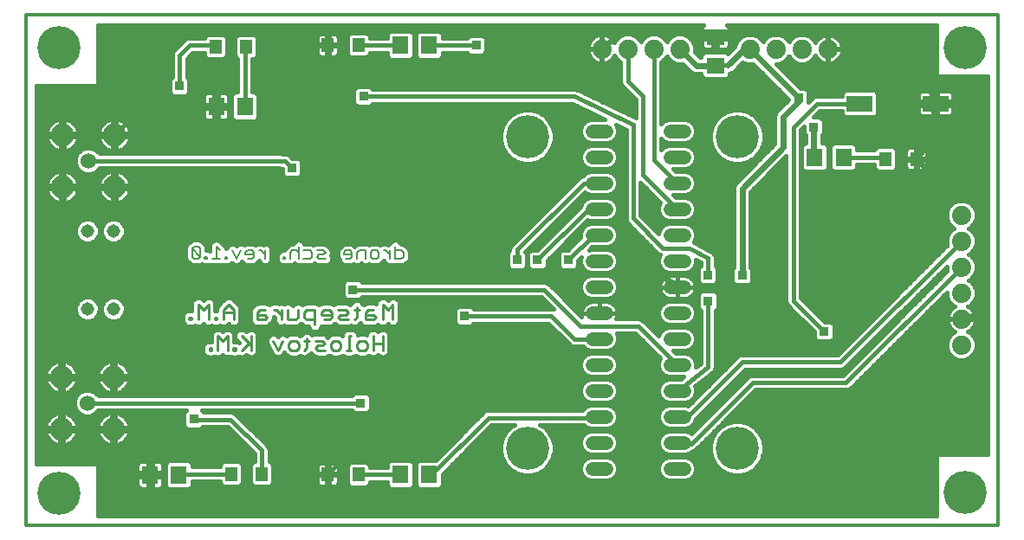
<source format=gbl>
G75*
%MOIN*%
%OFA0B0*%
%FSLAX24Y24*%
%IPPOS*%
%LPD*%
%AMOC8*
5,1,8,0,0,1.08239X$1,22.5*
%
%ADD10C,0.0120*%
%ADD11C,0.0080*%
%ADD12C,0.0110*%
%ADD13C,0.0100*%
%ADD14C,0.0520*%
%ADD15R,0.0472X0.0551*%
%ADD16R,0.0630X0.0709*%
%ADD17C,0.0600*%
%ADD18C,0.0886*%
%ADD19C,0.0740*%
%ADD20C,0.1660*%
%ADD21R,0.0984X0.0630*%
%ADD22C,0.0515*%
%ADD23R,0.0709X0.0630*%
%ADD24R,0.0356X0.0356*%
%ADD25C,0.0240*%
%ADD26C,0.0160*%
D10*
X000160Y000160D02*
X037562Y000160D01*
X037562Y019845D01*
X000160Y019845D01*
X000160Y000160D01*
D11*
X006626Y010436D02*
X006786Y010436D01*
X006866Y010516D01*
X006546Y010837D01*
X006546Y010516D01*
X006626Y010436D01*
X006866Y010516D02*
X006866Y010837D01*
X006786Y010917D01*
X006626Y010917D01*
X006546Y010837D01*
X007044Y010516D02*
X007044Y010436D01*
X007124Y010436D01*
X007124Y010516D01*
X007044Y010516D01*
X007320Y010436D02*
X007640Y010436D01*
X007480Y010436D02*
X007480Y010917D01*
X007640Y010756D01*
X007818Y010516D02*
X007818Y010436D01*
X007898Y010436D01*
X007898Y010516D01*
X007818Y010516D01*
X008093Y010756D02*
X008253Y010436D01*
X008413Y010756D01*
X008609Y010676D02*
X008609Y010596D01*
X008929Y010596D01*
X008929Y010516D02*
X008929Y010676D01*
X008849Y010756D01*
X008689Y010756D01*
X008609Y010676D01*
X008689Y010436D02*
X008849Y010436D01*
X008929Y010516D01*
X009118Y010756D02*
X009199Y010756D01*
X009359Y010596D01*
X009359Y010436D02*
X009359Y010756D01*
X010052Y010516D02*
X010052Y010436D01*
X010132Y010436D01*
X010132Y010516D01*
X010052Y010516D01*
X010327Y010436D02*
X010327Y010676D01*
X010408Y010756D01*
X010568Y010756D01*
X010648Y010676D01*
X010843Y010756D02*
X011083Y010756D01*
X011163Y010676D01*
X011163Y010516D01*
X011083Y010436D01*
X010843Y010436D01*
X010648Y010436D02*
X010648Y010917D01*
X011359Y010756D02*
X011599Y010756D01*
X011679Y010676D01*
X011599Y010596D01*
X011439Y010596D01*
X011359Y010516D01*
X011439Y010436D01*
X011679Y010436D01*
X012390Y010596D02*
X012710Y010596D01*
X012710Y010516D02*
X012710Y010676D01*
X012630Y010756D01*
X012470Y010756D01*
X012390Y010676D01*
X012390Y010596D01*
X012470Y010436D02*
X012630Y010436D01*
X012710Y010516D01*
X012906Y010436D02*
X012906Y010676D01*
X012986Y010756D01*
X013226Y010756D01*
X013226Y010436D01*
X013421Y010516D02*
X013421Y010676D01*
X013501Y010756D01*
X013662Y010756D01*
X013742Y010676D01*
X013742Y010516D01*
X013662Y010436D01*
X013501Y010436D01*
X013421Y010516D01*
X013931Y010756D02*
X014011Y010756D01*
X014171Y010596D01*
X014171Y010436D02*
X014171Y010756D01*
X014367Y010756D02*
X014607Y010756D01*
X014687Y010676D01*
X014687Y010516D01*
X014607Y010436D01*
X014367Y010436D01*
X014367Y010917D01*
D12*
X014278Y008680D02*
X014081Y008483D01*
X013885Y008680D01*
X013885Y008089D01*
X013634Y008187D02*
X013535Y008286D01*
X013240Y008286D01*
X013240Y008384D02*
X013240Y008089D01*
X013535Y008089D01*
X013634Y008187D01*
X013338Y008483D02*
X013240Y008384D01*
X013338Y008483D02*
X013535Y008483D01*
X012989Y008483D02*
X012792Y008483D01*
X012891Y008581D02*
X012891Y008187D01*
X012792Y008089D01*
X012559Y008089D02*
X012264Y008089D01*
X012166Y008187D01*
X012264Y008286D01*
X012461Y008286D01*
X012559Y008384D01*
X012461Y008483D01*
X012166Y008483D01*
X011915Y008384D02*
X011816Y008483D01*
X011620Y008483D01*
X011521Y008384D01*
X011521Y008286D01*
X011915Y008286D01*
X011915Y008384D02*
X011915Y008187D01*
X011816Y008089D01*
X011620Y008089D01*
X011270Y008089D02*
X010975Y008089D01*
X010877Y008187D01*
X010877Y008384D01*
X010975Y008483D01*
X011270Y008483D01*
X011270Y007892D01*
X010626Y008187D02*
X010527Y008089D01*
X010232Y008089D01*
X010232Y008483D01*
X009981Y008483D02*
X009981Y008089D01*
X009981Y008286D02*
X009784Y008483D01*
X009686Y008483D01*
X009346Y008483D02*
X009149Y008483D01*
X009050Y008384D01*
X009050Y008089D01*
X009346Y008089D01*
X009444Y008187D01*
X009346Y008286D01*
X009050Y008286D01*
X008155Y008384D02*
X007761Y008384D01*
X007761Y008483D02*
X007761Y008089D01*
X007510Y008089D02*
X007412Y008089D01*
X007412Y008187D01*
X007510Y008187D01*
X007510Y008089D01*
X007188Y008089D02*
X007188Y008680D01*
X006991Y008483D01*
X006795Y008680D01*
X006795Y008089D01*
X006544Y008089D02*
X006445Y008089D01*
X006445Y008187D01*
X006544Y008187D01*
X006544Y008089D01*
X007761Y008483D02*
X007958Y008680D01*
X008155Y008483D01*
X008155Y008089D01*
X010626Y008187D02*
X010626Y008483D01*
X014278Y008680D02*
X014278Y008089D01*
D13*
X013890Y007463D02*
X013890Y006903D01*
X013890Y007183D02*
X013516Y007183D01*
X013282Y007183D02*
X013282Y006996D01*
X013188Y006903D01*
X013002Y006903D01*
X012908Y006996D01*
X012908Y007183D01*
X013002Y007277D01*
X013188Y007277D01*
X013282Y007183D01*
X013516Y007463D02*
X013516Y006903D01*
X012674Y006903D02*
X012487Y006903D01*
X012581Y006903D02*
X012581Y007463D01*
X012674Y007463D01*
X012269Y007183D02*
X012176Y007277D01*
X011989Y007277D01*
X011895Y007183D01*
X011895Y006996D01*
X011989Y006903D01*
X012176Y006903D01*
X012269Y006996D01*
X012269Y007183D01*
X011661Y007183D02*
X011568Y007277D01*
X011288Y007277D01*
X011381Y007090D02*
X011568Y007090D01*
X011661Y007183D01*
X011661Y006903D02*
X011381Y006903D01*
X011288Y006996D01*
X011381Y007090D01*
X011054Y007277D02*
X010867Y007277D01*
X010960Y007370D02*
X010960Y006996D01*
X010867Y006903D01*
X010648Y006996D02*
X010555Y006903D01*
X010368Y006903D01*
X010275Y006996D01*
X010275Y007183D01*
X010368Y007277D01*
X010555Y007277D01*
X010648Y007183D01*
X010648Y006996D01*
X010041Y007277D02*
X009854Y006903D01*
X009667Y007277D01*
X008825Y007463D02*
X008825Y006903D01*
X008825Y007090D02*
X008452Y007463D01*
X008732Y007183D02*
X008452Y006903D01*
X008217Y006903D02*
X008124Y006903D01*
X008124Y006996D01*
X008217Y006996D01*
X008217Y006903D01*
X007914Y006903D02*
X007914Y007463D01*
X007727Y007277D01*
X007540Y007463D01*
X007540Y006903D01*
X007306Y006903D02*
X007212Y006903D01*
X007212Y006996D01*
X007306Y006996D01*
X007306Y006903D01*
D14*
X021960Y007349D02*
X022480Y007349D01*
X022480Y006349D02*
X021960Y006349D01*
X021960Y005349D02*
X022480Y005349D01*
X022480Y004349D02*
X021960Y004349D01*
X021960Y003349D02*
X022480Y003349D01*
X022480Y002349D02*
X021960Y002349D01*
X024960Y002349D02*
X025480Y002349D01*
X025480Y003349D02*
X024960Y003349D01*
X024960Y004349D02*
X025480Y004349D01*
X025480Y005349D02*
X024960Y005349D01*
X024960Y006349D02*
X025480Y006349D01*
X025480Y007349D02*
X024960Y007349D01*
X024960Y008349D02*
X025480Y008349D01*
X025480Y009349D02*
X024960Y009349D01*
X024960Y010349D02*
X025480Y010349D01*
X025480Y011349D02*
X024960Y011349D01*
X024960Y012349D02*
X025480Y012349D01*
X025480Y013349D02*
X024960Y013349D01*
X024960Y014349D02*
X025480Y014349D01*
X025480Y015349D02*
X024960Y015349D01*
X022480Y015349D02*
X021960Y015349D01*
X021960Y014349D02*
X022480Y014349D01*
X022480Y013349D02*
X021960Y013349D01*
X021960Y012349D02*
X022480Y012349D01*
X022480Y011349D02*
X021960Y011349D01*
X021960Y010349D02*
X022480Y010349D01*
X022480Y009349D02*
X021960Y009349D01*
X021960Y008349D02*
X022480Y008349D01*
D15*
X033242Y014281D03*
X034423Y014281D03*
X012955Y018664D03*
X011774Y018664D03*
X008635Y018610D03*
X007453Y018610D03*
X008052Y002149D03*
X009233Y002149D03*
X011774Y002129D03*
X012955Y002129D03*
D16*
X014569Y002129D03*
X015672Y002129D03*
X006038Y002116D03*
X004936Y002116D03*
X030509Y014344D03*
X031612Y014344D03*
X015672Y018664D03*
X014569Y018664D03*
X008585Y016302D03*
X007483Y016302D03*
D17*
X002557Y014205D03*
X002522Y004884D03*
D18*
X001522Y003884D03*
X003522Y003884D03*
X003522Y005884D03*
X001522Y005884D03*
X001557Y013205D03*
X003557Y013205D03*
X003557Y015205D03*
X001557Y015205D03*
D19*
X022322Y018520D03*
X023322Y018520D03*
X024322Y018520D03*
X025322Y018520D03*
X028013Y018515D03*
X029013Y018515D03*
X030013Y018515D03*
X031013Y018515D03*
X036156Y012117D03*
X036156Y011117D03*
X036156Y010117D03*
X036156Y009117D03*
X036156Y008117D03*
X036156Y007117D03*
D20*
X027519Y003136D03*
X019451Y003136D03*
X036297Y001430D03*
X027519Y015141D03*
X019451Y015141D03*
X036297Y018580D03*
X001433Y018584D03*
X001439Y001420D03*
D21*
X032240Y016419D03*
X035154Y016419D03*
D22*
X003522Y011503D03*
X002522Y011503D03*
X002522Y008503D03*
X003522Y008503D03*
D23*
X026688Y017883D03*
X026688Y018985D03*
D24*
X029880Y016630D03*
X030475Y015514D03*
X035593Y013152D03*
X027720Y009800D03*
X026400Y009820D03*
X026404Y008811D03*
X024176Y009215D03*
X023270Y008330D03*
X021026Y010396D03*
X019845Y010396D03*
X019058Y010396D03*
X017040Y008230D03*
X012730Y009250D03*
X014400Y012730D03*
X010396Y013940D03*
X013152Y016695D03*
X017483Y018664D03*
X023080Y014120D03*
X030869Y007640D03*
X029688Y007247D03*
X032230Y003700D03*
X034600Y003690D03*
X017020Y002190D03*
X015508Y001027D03*
X014270Y004610D03*
X013040Y004880D03*
X006620Y004260D03*
X003520Y002990D03*
X006066Y017089D03*
D25*
X022322Y018520D02*
X022982Y019180D01*
X026538Y019180D01*
X031020Y019180D01*
X033020Y019180D01*
X035154Y016652D01*
X035154Y016419D02*
X035154Y015405D01*
X034423Y014281D01*
X035552Y013152D01*
X035593Y013152D02*
X036380Y013152D01*
X036774Y012758D01*
X036774Y008428D01*
X036464Y008117D01*
X034600Y003690D02*
X034610Y001600D01*
X033890Y001020D01*
X018190Y001020D01*
X015981Y001020D01*
X015508Y001027D01*
X017020Y002190D02*
X018190Y001020D01*
X025240Y009350D02*
X023100Y011020D01*
X023080Y014120D01*
X027719Y013152D02*
X029294Y014727D01*
X029294Y015908D01*
X029880Y016494D01*
X029880Y016648D02*
X028013Y018515D01*
X027795Y018515D02*
X027170Y017890D01*
X026685Y017880D02*
X025950Y017880D01*
X025322Y018508D01*
X030475Y015514D02*
X030475Y014378D01*
X027719Y013152D02*
X027719Y009801D01*
D26*
X027720Y009800D01*
X028098Y009829D02*
X029408Y009829D01*
X029408Y009987D02*
X028098Y009987D01*
X028098Y010061D02*
X028039Y010120D01*
X028039Y013020D01*
X029408Y014388D01*
X029408Y008766D01*
X029450Y008663D01*
X029529Y008584D01*
X030491Y007622D01*
X030491Y007379D01*
X030608Y007262D01*
X031130Y007262D01*
X031247Y007379D01*
X031247Y007901D01*
X031130Y008018D01*
X030887Y008018D01*
X029968Y008937D01*
X029968Y015398D01*
X030097Y015528D01*
X030097Y015253D01*
X030155Y015195D01*
X030155Y014898D01*
X030112Y014898D01*
X029994Y014781D01*
X029994Y013907D01*
X030112Y013790D01*
X030907Y013790D01*
X031024Y013907D01*
X031024Y014781D01*
X030907Y014898D01*
X030795Y014898D01*
X030795Y015195D01*
X030853Y015253D01*
X030853Y015775D01*
X030736Y015892D01*
X030462Y015892D01*
X030708Y016139D01*
X031548Y016139D01*
X031548Y016021D01*
X031666Y015904D01*
X032815Y015904D01*
X032933Y016021D01*
X032933Y016817D01*
X032815Y016934D01*
X031666Y016934D01*
X031548Y016817D01*
X031548Y016699D01*
X030537Y016699D01*
X030434Y016657D01*
X030355Y016578D01*
X030258Y016481D01*
X030258Y016891D01*
X030141Y017008D01*
X029972Y017008D01*
X029035Y017945D01*
X029126Y017945D01*
X029335Y018032D01*
X029496Y018192D01*
X029513Y018233D01*
X029529Y018192D01*
X029690Y018032D01*
X029899Y017945D01*
X030126Y017945D01*
X030335Y018032D01*
X030496Y018192D01*
X030525Y018262D01*
X030542Y018227D01*
X030593Y018157D01*
X030654Y018096D01*
X030724Y018045D01*
X030801Y018005D01*
X030884Y017979D01*
X030969Y017965D01*
X030993Y017965D01*
X030993Y018495D01*
X031033Y018495D01*
X031033Y018535D01*
X031563Y018535D01*
X031563Y018558D01*
X031549Y018644D01*
X031522Y018726D01*
X031483Y018803D01*
X031432Y018873D01*
X031371Y018935D01*
X031301Y018986D01*
X031224Y019025D01*
X031141Y019052D01*
X031056Y019065D01*
X031033Y019065D01*
X031033Y018535D01*
X030993Y018535D01*
X030993Y019065D01*
X030969Y019065D01*
X030884Y019052D01*
X030801Y019025D01*
X030724Y018986D01*
X030654Y018935D01*
X030593Y018873D01*
X030542Y018803D01*
X030525Y018769D01*
X030496Y018838D01*
X030335Y018998D01*
X030126Y019085D01*
X029899Y019085D01*
X029690Y018998D01*
X029529Y018838D01*
X029513Y018798D01*
X029496Y018838D01*
X029335Y018998D01*
X029126Y019085D01*
X028899Y019085D01*
X028690Y018998D01*
X028529Y018838D01*
X028513Y018798D01*
X028496Y018838D01*
X028335Y018998D01*
X028126Y019085D01*
X027899Y019085D01*
X027690Y018998D01*
X027529Y018838D01*
X027443Y018629D01*
X027443Y018615D01*
X027175Y018348D01*
X027125Y018398D01*
X026251Y018398D01*
X026134Y018281D01*
X026134Y018200D01*
X026083Y018200D01*
X025887Y018395D01*
X025892Y018407D01*
X025892Y018634D01*
X025805Y018843D01*
X025645Y019003D01*
X025435Y019090D01*
X025209Y019090D01*
X024999Y019003D01*
X024839Y018843D01*
X024822Y018803D01*
X024805Y018843D01*
X024645Y019003D01*
X024435Y019090D01*
X024209Y019090D01*
X023999Y019003D01*
X023839Y018843D01*
X023822Y018803D01*
X023805Y018843D01*
X023645Y019003D01*
X023435Y019090D01*
X023209Y019090D01*
X022999Y019003D01*
X022839Y018843D01*
X022810Y018774D01*
X022792Y018808D01*
X022742Y018879D01*
X022680Y018940D01*
X022610Y018991D01*
X022533Y019030D01*
X022451Y019057D01*
X022365Y019070D01*
X022342Y019070D01*
X022342Y018540D01*
X022302Y018540D01*
X022302Y018500D01*
X022342Y018500D01*
X022342Y017970D01*
X022365Y017970D01*
X022451Y017984D01*
X022533Y018011D01*
X022610Y018050D01*
X022680Y018101D01*
X022742Y018162D01*
X022792Y018232D01*
X022810Y018267D01*
X022839Y018197D01*
X022999Y018037D01*
X023042Y018019D01*
X023042Y017222D01*
X023085Y017119D01*
X023163Y017041D01*
X023630Y016574D01*
X023630Y015856D01*
X021412Y016927D01*
X021406Y016933D01*
X021362Y016951D01*
X021319Y016972D01*
X021310Y016972D01*
X021303Y016975D01*
X021255Y016975D01*
X021207Y016978D01*
X021200Y016975D01*
X013511Y016975D01*
X013413Y017074D01*
X012891Y017074D01*
X012774Y016956D01*
X012774Y016434D01*
X012891Y016317D01*
X013413Y016317D01*
X013511Y016415D01*
X021183Y016415D01*
X022439Y015809D01*
X021868Y015809D01*
X021699Y015739D01*
X021570Y015610D01*
X021500Y015441D01*
X021500Y015258D01*
X021570Y015089D01*
X021699Y014959D01*
X021868Y014889D01*
X022571Y014889D01*
X022740Y014959D01*
X022870Y015089D01*
X022940Y015258D01*
X022940Y015441D01*
X022874Y015599D01*
X023250Y015418D01*
X023250Y011934D01*
X023293Y011831D01*
X023371Y011753D01*
X023371Y011753D01*
X024511Y010613D01*
X024562Y010592D01*
X024500Y010441D01*
X024500Y010258D01*
X024570Y010089D01*
X024699Y009959D01*
X024868Y009889D01*
X025571Y009889D01*
X025740Y009959D01*
X025870Y010089D01*
X025940Y010258D01*
X025940Y010398D01*
X026124Y010299D01*
X026124Y010183D01*
X026022Y010081D01*
X026022Y009559D01*
X026139Y009442D01*
X026661Y009442D01*
X026778Y009559D01*
X026778Y010081D01*
X026684Y010175D01*
X026684Y010452D01*
X026688Y010494D01*
X026684Y010507D01*
X026684Y010522D01*
X026668Y010560D01*
X026656Y010600D01*
X026647Y010611D01*
X026642Y010625D01*
X026612Y010654D01*
X026586Y010686D01*
X026573Y010693D01*
X026563Y010704D01*
X026524Y010720D01*
X025859Y011077D01*
X025859Y011078D01*
X025870Y011089D01*
X025940Y011258D01*
X025940Y011441D01*
X025870Y011610D01*
X025740Y011739D01*
X025571Y011809D01*
X024868Y011809D01*
X024699Y011739D01*
X024570Y011610D01*
X024500Y011441D01*
X024500Y011416D01*
X023810Y012106D01*
X023810Y013363D01*
X024568Y012605D01*
X024500Y012441D01*
X024500Y012258D01*
X024570Y012089D01*
X024699Y011959D01*
X024868Y011889D01*
X025571Y011889D01*
X025740Y011959D01*
X025870Y012089D01*
X025940Y012258D01*
X025940Y012441D01*
X025870Y012610D01*
X025740Y012739D01*
X025571Y012809D01*
X025156Y012809D01*
X025076Y012889D01*
X025571Y012889D01*
X025740Y012959D01*
X025870Y013089D01*
X025940Y013258D01*
X025940Y013441D01*
X025870Y013610D01*
X025740Y013739D01*
X025571Y013809D01*
X025156Y013809D01*
X025076Y013889D01*
X025571Y013889D01*
X025740Y013959D01*
X025870Y014089D01*
X025940Y014258D01*
X025940Y014441D01*
X025870Y014610D01*
X025740Y014739D01*
X025571Y014809D01*
X024868Y014809D01*
X024699Y014739D01*
X024602Y014642D01*
X024602Y015056D01*
X024699Y014959D01*
X024868Y014889D01*
X025571Y014889D01*
X025740Y014959D01*
X025870Y015089D01*
X025940Y015258D01*
X025940Y015441D01*
X025870Y015610D01*
X025740Y015739D01*
X025571Y015809D01*
X024868Y015809D01*
X024699Y015739D01*
X024602Y015642D01*
X024602Y018019D01*
X024645Y018037D01*
X024805Y018197D01*
X024822Y018238D01*
X024839Y018197D01*
X024999Y018037D01*
X025209Y017950D01*
X025427Y017950D01*
X025769Y017609D01*
X025886Y017560D01*
X026134Y017560D01*
X026134Y017485D01*
X026251Y017368D01*
X027125Y017368D01*
X027242Y017485D01*
X027242Y017574D01*
X027351Y017619D01*
X027743Y018010D01*
X027899Y017945D01*
X028126Y017945D01*
X028129Y017946D01*
X029502Y016573D01*
X029502Y016569D01*
X029023Y016089D01*
X028974Y015972D01*
X028974Y014859D01*
X027448Y013333D01*
X027399Y013216D01*
X027399Y010118D01*
X027342Y010061D01*
X027342Y009539D01*
X027459Y009422D01*
X027981Y009422D01*
X028098Y009539D01*
X028098Y010061D01*
X028039Y010146D02*
X029408Y010146D01*
X029408Y010304D02*
X028039Y010304D01*
X028039Y010463D02*
X029408Y010463D01*
X029408Y010621D02*
X028039Y010621D01*
X028039Y010780D02*
X029408Y010780D01*
X029408Y010938D02*
X028039Y010938D01*
X028039Y011097D02*
X029408Y011097D01*
X029408Y011255D02*
X028039Y011255D01*
X028039Y011414D02*
X029408Y011414D01*
X029408Y011572D02*
X028039Y011572D01*
X028039Y011731D02*
X029408Y011731D01*
X029408Y011889D02*
X028039Y011889D01*
X028039Y012048D02*
X029408Y012048D01*
X029408Y012206D02*
X028039Y012206D01*
X028039Y012365D02*
X029408Y012365D01*
X029408Y012523D02*
X028039Y012523D01*
X028039Y012682D02*
X029408Y012682D01*
X029408Y012840D02*
X028039Y012840D01*
X028039Y012999D02*
X029408Y012999D01*
X029408Y013157D02*
X028176Y013157D01*
X028335Y013316D02*
X029408Y013316D01*
X029408Y013474D02*
X028493Y013474D01*
X028652Y013633D02*
X029408Y013633D01*
X029408Y013791D02*
X028810Y013791D01*
X028969Y013950D02*
X029408Y013950D01*
X029408Y014108D02*
X029127Y014108D01*
X029286Y014267D02*
X029408Y014267D01*
X028698Y014584D02*
X028387Y014584D01*
X028343Y014508D02*
X028479Y014743D01*
X028549Y015005D01*
X028549Y015276D01*
X028479Y015538D01*
X028343Y015773D01*
X028151Y015965D01*
X027917Y016100D01*
X027655Y016171D01*
X027383Y016171D01*
X027122Y016100D01*
X026887Y015965D01*
X026695Y015773D01*
X026559Y015538D01*
X026489Y015276D01*
X026489Y015005D01*
X026559Y014743D01*
X026695Y014508D01*
X026887Y014316D01*
X027122Y014181D01*
X027383Y014111D01*
X027655Y014111D01*
X027917Y014181D01*
X028151Y014316D01*
X028343Y014508D01*
X028260Y014425D02*
X028539Y014425D01*
X028381Y014267D02*
X028065Y014267D01*
X028222Y014108D02*
X025878Y014108D01*
X025940Y014267D02*
X026973Y014267D01*
X026778Y014425D02*
X025940Y014425D01*
X025880Y014584D02*
X026651Y014584D01*
X026560Y014742D02*
X025734Y014742D01*
X025598Y014901D02*
X026517Y014901D01*
X026489Y015059D02*
X025840Y015059D01*
X025923Y015218D02*
X026489Y015218D01*
X026516Y015376D02*
X025940Y015376D01*
X025901Y015535D02*
X026558Y015535D01*
X026649Y015693D02*
X025786Y015693D01*
X026773Y015852D02*
X024602Y015852D01*
X024602Y016010D02*
X026965Y016010D01*
X027376Y016169D02*
X024602Y016169D01*
X024602Y016327D02*
X029260Y016327D01*
X029102Y016169D02*
X027662Y016169D01*
X028073Y016010D02*
X028990Y016010D01*
X028974Y015852D02*
X028265Y015852D01*
X028389Y015693D02*
X028974Y015693D01*
X028974Y015535D02*
X028480Y015535D01*
X028522Y015376D02*
X028974Y015376D01*
X028974Y015218D02*
X028549Y015218D01*
X028549Y015059D02*
X028974Y015059D01*
X028974Y014901D02*
X028521Y014901D01*
X028478Y014742D02*
X028856Y014742D01*
X029968Y014742D02*
X029994Y014742D01*
X029994Y014584D02*
X029968Y014584D01*
X029968Y014425D02*
X029994Y014425D01*
X029994Y014267D02*
X029968Y014267D01*
X029968Y014108D02*
X029994Y014108D01*
X029994Y013950D02*
X029968Y013950D01*
X029968Y013791D02*
X030110Y013791D01*
X029968Y013633D02*
X037168Y013633D01*
X037168Y013791D02*
X032011Y013791D01*
X032010Y013790D02*
X032127Y013907D01*
X032127Y014064D01*
X032806Y014064D01*
X032806Y013922D01*
X032923Y013805D01*
X033561Y013805D01*
X033678Y013922D01*
X033678Y014639D01*
X033561Y014756D01*
X032923Y014756D01*
X032806Y014639D01*
X032806Y014624D01*
X032127Y014624D01*
X032127Y014781D01*
X032010Y014898D01*
X031214Y014898D01*
X031097Y014781D01*
X031097Y013907D01*
X031214Y013790D01*
X032010Y013790D01*
X032127Y013950D02*
X032806Y013950D01*
X033179Y014344D02*
X031612Y014344D01*
X031097Y014267D02*
X031024Y014267D01*
X031024Y014425D02*
X031097Y014425D01*
X031097Y014584D02*
X031024Y014584D01*
X031024Y014742D02*
X031097Y014742D01*
X030795Y014901D02*
X037168Y014901D01*
X037168Y015059D02*
X030795Y015059D01*
X030817Y015218D02*
X037168Y015218D01*
X037168Y015376D02*
X030853Y015376D01*
X030853Y015535D02*
X037168Y015535D01*
X037168Y015693D02*
X030853Y015693D01*
X030777Y015852D02*
X037168Y015852D01*
X037168Y016010D02*
X035799Y016010D01*
X035790Y015994D02*
X035814Y016035D01*
X035826Y016080D01*
X035826Y016342D01*
X035231Y016342D01*
X035231Y015924D01*
X035670Y015924D01*
X035715Y015936D01*
X035757Y015960D01*
X035790Y015994D01*
X035826Y016169D02*
X037168Y016169D01*
X037168Y016327D02*
X035826Y016327D01*
X035826Y016497D02*
X035231Y016497D01*
X035076Y016497D01*
X035076Y016914D01*
X034638Y016914D01*
X034592Y016902D01*
X034551Y016878D01*
X034518Y016845D01*
X034494Y016804D01*
X034482Y016758D01*
X034482Y016497D01*
X035076Y016497D01*
X035076Y016342D01*
X034482Y016342D01*
X034482Y016080D01*
X034494Y016035D01*
X034518Y015994D01*
X034551Y015960D01*
X034592Y015936D01*
X034638Y015924D01*
X035076Y015924D01*
X035076Y016342D01*
X035231Y016342D01*
X035231Y016497D01*
X035231Y016914D01*
X035670Y016914D01*
X035715Y016902D01*
X035757Y016878D01*
X035790Y016845D01*
X035814Y016804D01*
X035826Y016758D01*
X035826Y016497D01*
X035826Y016644D02*
X037168Y016644D01*
X037168Y016486D02*
X035231Y016486D01*
X035154Y016419D02*
X035154Y016652D01*
X035231Y016644D02*
X035076Y016644D01*
X035076Y016486D02*
X032933Y016486D01*
X032933Y016644D02*
X034482Y016644D01*
X034494Y016803D02*
X032933Y016803D01*
X032933Y016327D02*
X034482Y016327D01*
X034482Y016169D02*
X032933Y016169D01*
X032921Y016010D02*
X034508Y016010D01*
X035076Y016010D02*
X035231Y016010D01*
X035231Y016169D02*
X035076Y016169D01*
X035076Y016327D02*
X035231Y016327D01*
X035231Y016803D02*
X035076Y016803D01*
X035814Y016803D02*
X037168Y016803D01*
X037168Y016961D02*
X030188Y016961D01*
X030258Y016803D02*
X031548Y016803D01*
X032240Y016419D02*
X030592Y016419D01*
X029688Y015514D01*
X029688Y008821D01*
X030869Y007640D01*
X031247Y007610D02*
X032253Y007610D01*
X032411Y007768D02*
X031247Y007768D01*
X031222Y007927D02*
X032570Y007927D01*
X032728Y008085D02*
X030820Y008085D01*
X030661Y008244D02*
X032887Y008244D01*
X033045Y008402D02*
X030503Y008402D01*
X030344Y008561D02*
X033204Y008561D01*
X033362Y008719D02*
X030186Y008719D01*
X030027Y008878D02*
X033521Y008878D01*
X033679Y009036D02*
X029968Y009036D01*
X029968Y009195D02*
X033838Y009195D01*
X033996Y009353D02*
X029968Y009353D01*
X029968Y009512D02*
X034155Y009512D01*
X034313Y009670D02*
X029968Y009670D01*
X029968Y009829D02*
X034472Y009829D01*
X034630Y009987D02*
X029968Y009987D01*
X029968Y010146D02*
X034789Y010146D01*
X034947Y010304D02*
X029968Y010304D01*
X029968Y010463D02*
X035106Y010463D01*
X035264Y010621D02*
X029968Y010621D01*
X029968Y010780D02*
X035423Y010780D01*
X035581Y010938D02*
X029968Y010938D01*
X029968Y011097D02*
X035586Y011097D01*
X035586Y011004D02*
X035604Y010961D01*
X031382Y006739D01*
X027663Y006739D01*
X027560Y006697D01*
X025643Y004779D01*
X025571Y004809D01*
X024868Y004809D01*
X024699Y004739D01*
X024570Y004610D01*
X024500Y004441D01*
X024500Y004258D01*
X024570Y004089D01*
X024699Y003959D01*
X024868Y003889D01*
X025571Y003889D01*
X025740Y003959D01*
X025870Y004089D01*
X025940Y004258D01*
X025940Y004284D01*
X027835Y006179D01*
X031554Y006179D01*
X031657Y006222D01*
X031736Y006301D01*
X035586Y010151D01*
X035586Y010004D01*
X035604Y009961D01*
X031595Y005952D01*
X028057Y005952D01*
X027954Y005909D01*
X025762Y003717D01*
X025740Y003739D01*
X025571Y003809D01*
X024868Y003809D01*
X024699Y003739D01*
X024570Y003610D01*
X024500Y003441D01*
X024500Y003258D01*
X024570Y003089D01*
X024699Y002959D01*
X024868Y002889D01*
X025571Y002889D01*
X025740Y002959D01*
X025813Y003033D01*
X025909Y003072D01*
X025988Y003151D01*
X028229Y005392D01*
X031767Y005392D01*
X031869Y005434D01*
X031948Y005513D01*
X035586Y009151D01*
X035586Y009004D01*
X035673Y008794D01*
X035833Y008634D01*
X035903Y008605D01*
X035868Y008588D01*
X035798Y008537D01*
X035737Y008476D01*
X035686Y008406D01*
X035647Y008328D01*
X035620Y008246D01*
X035606Y008161D01*
X035606Y008137D01*
X036136Y008137D01*
X036136Y008097D01*
X035606Y008097D01*
X035606Y008074D01*
X035620Y007989D01*
X035647Y007906D01*
X035686Y007829D01*
X035737Y007759D01*
X035798Y007698D01*
X035868Y007647D01*
X035903Y007629D01*
X035833Y007601D01*
X035673Y007440D01*
X035586Y007231D01*
X035586Y007004D01*
X035673Y006794D01*
X035833Y006634D01*
X036043Y006547D01*
X036270Y006547D01*
X036479Y006634D01*
X036640Y006794D01*
X036726Y007004D01*
X036726Y007231D01*
X036640Y007440D01*
X036479Y007601D01*
X036410Y007629D01*
X036445Y007647D01*
X036515Y007698D01*
X036576Y007759D01*
X036627Y007829D01*
X036666Y007906D01*
X036693Y007989D01*
X036706Y008074D01*
X036706Y008097D01*
X036176Y008097D01*
X036176Y008137D01*
X036706Y008137D01*
X036706Y008161D01*
X036693Y008246D01*
X036666Y008328D01*
X036627Y008406D01*
X036576Y008476D01*
X036515Y008537D01*
X036445Y008588D01*
X036410Y008605D01*
X036479Y008634D01*
X036640Y008794D01*
X036726Y009004D01*
X036726Y009231D01*
X036640Y009440D01*
X036479Y009601D01*
X036439Y009617D01*
X036479Y009634D01*
X036640Y009794D01*
X036726Y010004D01*
X036726Y010231D01*
X036640Y010440D01*
X036479Y010601D01*
X036439Y010617D01*
X036479Y010634D01*
X036640Y010794D01*
X036726Y011004D01*
X036726Y011231D01*
X036640Y011440D01*
X036479Y011601D01*
X036439Y011617D01*
X036479Y011634D01*
X036640Y011794D01*
X036726Y012004D01*
X036726Y012231D01*
X036640Y012440D01*
X036479Y012601D01*
X036270Y012687D01*
X036043Y012687D01*
X035833Y012601D01*
X035673Y012440D01*
X035586Y012231D01*
X035586Y012004D01*
X035673Y011794D01*
X035833Y011634D01*
X035874Y011617D01*
X035833Y011601D01*
X035673Y011440D01*
X035586Y011231D01*
X035586Y011004D01*
X035596Y011255D02*
X029968Y011255D01*
X029968Y011414D02*
X035662Y011414D01*
X035805Y011572D02*
X029968Y011572D01*
X029968Y011731D02*
X035737Y011731D01*
X035634Y011889D02*
X029968Y011889D01*
X029968Y012048D02*
X035586Y012048D01*
X035586Y012206D02*
X029968Y012206D01*
X029968Y012365D02*
X035642Y012365D01*
X035756Y012523D02*
X029968Y012523D01*
X029968Y012682D02*
X036029Y012682D01*
X036284Y012682D02*
X037168Y012682D01*
X037168Y012840D02*
X029968Y012840D01*
X029968Y012999D02*
X037168Y012999D01*
X037168Y013157D02*
X029968Y013157D01*
X029968Y013316D02*
X037168Y013316D01*
X037168Y013474D02*
X029968Y013474D01*
X030909Y013791D02*
X031212Y013791D01*
X031097Y013950D02*
X031024Y013950D01*
X031024Y014108D02*
X031097Y014108D01*
X030509Y014344D02*
X030475Y014378D01*
X030155Y014901D02*
X029968Y014901D01*
X029968Y015059D02*
X030155Y015059D01*
X030133Y015218D02*
X029968Y015218D01*
X029968Y015376D02*
X030097Y015376D01*
X030579Y016010D02*
X031560Y016010D01*
X030421Y016644D02*
X030258Y016644D01*
X030258Y016486D02*
X030263Y016486D01*
X029880Y016494D02*
X029880Y016630D01*
X029880Y016648D01*
X029431Y016644D02*
X024602Y016644D01*
X024602Y016486D02*
X029419Y016486D01*
X029273Y016803D02*
X024602Y016803D01*
X024602Y016961D02*
X029114Y016961D01*
X028956Y017120D02*
X024602Y017120D01*
X024602Y017278D02*
X028797Y017278D01*
X028639Y017437D02*
X027194Y017437D01*
X027294Y017595D02*
X028480Y017595D01*
X028322Y017754D02*
X027486Y017754D01*
X027645Y017912D02*
X028163Y017912D01*
X027170Y017890D02*
X026695Y017890D01*
X026688Y017883D01*
X026685Y017880D01*
X026134Y018229D02*
X026054Y018229D01*
X025895Y018388D02*
X026241Y018388D01*
X026264Y018502D02*
X026310Y018490D01*
X026610Y018490D01*
X026610Y018908D01*
X026154Y018908D01*
X026154Y018646D01*
X026166Y018601D01*
X026190Y018560D01*
X026223Y018526D01*
X026264Y018502D01*
X026203Y018546D02*
X025892Y018546D01*
X025863Y018705D02*
X026154Y018705D01*
X026154Y018863D02*
X025785Y018863D01*
X025601Y019022D02*
X026610Y019022D01*
X026610Y019063D02*
X026610Y018908D01*
X026765Y018908D01*
X026765Y018490D01*
X027066Y018490D01*
X027112Y018502D01*
X027153Y018526D01*
X027186Y018560D01*
X027210Y018601D01*
X027222Y018646D01*
X027222Y018908D01*
X026765Y018908D01*
X026765Y019063D01*
X027222Y019063D01*
X027222Y019324D01*
X027210Y019370D01*
X027186Y019411D01*
X027153Y019444D01*
X027140Y019451D01*
X035199Y019451D01*
X035199Y017483D01*
X037168Y017483D01*
X037168Y002916D01*
X035199Y002916D01*
X035199Y000554D01*
X002916Y000554D01*
X002916Y002522D01*
X000554Y002522D01*
X000554Y017089D01*
X002916Y017089D01*
X002916Y019451D01*
X026236Y019451D01*
X026223Y019444D01*
X026190Y019411D01*
X026166Y019370D01*
X026154Y019324D01*
X026154Y019063D01*
X026610Y019063D01*
X026538Y019135D02*
X026538Y019180D01*
X026538Y019135D02*
X026688Y018985D01*
X026765Y019022D02*
X027746Y019022D01*
X027554Y018863D02*
X027222Y018863D01*
X027222Y018705D02*
X027474Y018705D01*
X027373Y018546D02*
X027173Y018546D01*
X027135Y018388D02*
X027215Y018388D01*
X027795Y018515D02*
X028013Y018515D01*
X028471Y018863D02*
X028554Y018863D01*
X028746Y019022D02*
X028280Y019022D01*
X027222Y019180D02*
X035199Y019180D01*
X035199Y019022D02*
X031230Y019022D01*
X031033Y019022D02*
X030993Y019022D01*
X030993Y018863D02*
X031033Y018863D01*
X031033Y018705D02*
X030993Y018705D01*
X030993Y018546D02*
X031033Y018546D01*
X031020Y018523D02*
X031020Y019180D01*
X030795Y019022D02*
X030280Y019022D01*
X030471Y018863D02*
X030585Y018863D01*
X031013Y018515D02*
X031020Y018523D01*
X031033Y018495D02*
X031563Y018495D01*
X031563Y018472D01*
X031549Y018386D01*
X031522Y018304D01*
X031483Y018227D01*
X031432Y018157D01*
X031371Y018096D01*
X031301Y018045D01*
X031224Y018005D01*
X031141Y017979D01*
X031056Y017965D01*
X031033Y017965D01*
X031033Y018495D01*
X031033Y018388D02*
X030993Y018388D01*
X030993Y018229D02*
X031033Y018229D01*
X031033Y018071D02*
X030993Y018071D01*
X030689Y018071D02*
X030374Y018071D01*
X030511Y018229D02*
X030541Y018229D01*
X029651Y018071D02*
X029374Y018071D01*
X029511Y018229D02*
X029514Y018229D01*
X029068Y017912D02*
X035199Y017912D01*
X035199Y017754D02*
X029227Y017754D01*
X029385Y017595D02*
X035199Y017595D01*
X035199Y018071D02*
X031336Y018071D01*
X031484Y018229D02*
X035199Y018229D01*
X035199Y018388D02*
X031549Y018388D01*
X031563Y018546D02*
X035199Y018546D01*
X035199Y018705D02*
X031529Y018705D01*
X031440Y018863D02*
X035199Y018863D01*
X035199Y019339D02*
X027218Y019339D01*
X026765Y018863D02*
X026610Y018863D01*
X026610Y018705D02*
X026765Y018705D01*
X026765Y018546D02*
X026610Y018546D01*
X026154Y019180D02*
X016108Y019180D01*
X016070Y019218D02*
X016187Y019101D01*
X016187Y018944D01*
X017124Y018944D01*
X017222Y019042D01*
X017744Y019042D01*
X017861Y018925D01*
X017861Y018403D01*
X017744Y018286D01*
X017222Y018286D01*
X017124Y018384D01*
X016187Y018384D01*
X016187Y018227D01*
X016070Y018110D01*
X015274Y018110D01*
X015157Y018227D01*
X015157Y019101D01*
X015274Y019218D01*
X016070Y019218D01*
X016187Y019022D02*
X017201Y019022D01*
X017483Y018664D02*
X015672Y018664D01*
X015157Y018705D02*
X015084Y018705D01*
X015084Y018863D02*
X015157Y018863D01*
X015157Y019022D02*
X015084Y019022D01*
X015084Y019101D02*
X014967Y019218D01*
X014172Y019218D01*
X014054Y019101D01*
X014054Y018944D01*
X013391Y018944D01*
X013391Y019022D01*
X013274Y019140D01*
X012636Y019140D01*
X012519Y019022D01*
X012519Y018306D01*
X012636Y018188D01*
X013274Y018188D01*
X013391Y018306D01*
X013391Y018384D01*
X014054Y018384D01*
X014054Y018227D01*
X014172Y018110D01*
X014967Y018110D01*
X015084Y018227D01*
X015084Y019101D01*
X015005Y019180D02*
X015236Y019180D01*
X014569Y018664D02*
X012955Y018664D01*
X012519Y018705D02*
X012190Y018705D01*
X012190Y018702D02*
X012190Y018963D01*
X012178Y019009D01*
X012154Y019050D01*
X012121Y019084D01*
X012080Y019107D01*
X012034Y019120D01*
X011812Y019120D01*
X011812Y018702D01*
X011736Y018702D01*
X011736Y018626D01*
X011358Y018626D01*
X011358Y018365D01*
X011370Y018319D01*
X011394Y018278D01*
X011427Y018244D01*
X011468Y018221D01*
X011514Y018208D01*
X011736Y018208D01*
X011736Y018626D01*
X011812Y018626D01*
X011812Y018208D01*
X012034Y018208D01*
X012080Y018221D01*
X012121Y018244D01*
X012154Y018278D01*
X012178Y018319D01*
X012190Y018365D01*
X012190Y018626D01*
X011812Y018626D01*
X011812Y018702D01*
X012190Y018702D01*
X012190Y018546D02*
X012519Y018546D01*
X012519Y018388D02*
X012190Y018388D01*
X012094Y018229D02*
X012596Y018229D01*
X013315Y018229D02*
X014054Y018229D01*
X015084Y018229D02*
X015157Y018229D01*
X015157Y018388D02*
X015084Y018388D01*
X015084Y018546D02*
X015157Y018546D01*
X016187Y018229D02*
X021854Y018229D01*
X021852Y018232D02*
X021903Y018162D01*
X021964Y018101D01*
X022034Y018050D01*
X022111Y018011D01*
X022193Y017984D01*
X022279Y017970D01*
X022302Y017970D01*
X022302Y018500D01*
X021772Y018500D01*
X021772Y018477D01*
X021786Y018391D01*
X021812Y018309D01*
X021852Y018232D01*
X021787Y018388D02*
X017845Y018388D01*
X017861Y018546D02*
X021772Y018546D01*
X021772Y018540D02*
X022302Y018540D01*
X022302Y019070D01*
X022279Y019070D01*
X022193Y019057D01*
X022111Y019030D01*
X022034Y018991D01*
X021964Y018940D01*
X021903Y018879D01*
X021852Y018808D01*
X021812Y018731D01*
X021786Y018649D01*
X021772Y018564D01*
X021772Y018540D01*
X021804Y018705D02*
X017861Y018705D01*
X017861Y018863D02*
X021891Y018863D01*
X022094Y019022D02*
X017764Y019022D01*
X014133Y019180D02*
X002916Y019180D01*
X002916Y019022D02*
X007070Y019022D01*
X007017Y018969D02*
X007134Y019086D01*
X007773Y019086D01*
X007890Y018969D01*
X007890Y018252D01*
X007773Y018135D01*
X007134Y018135D01*
X007017Y018252D01*
X007017Y018384D01*
X006575Y018384D01*
X006346Y018154D01*
X006346Y017448D01*
X006444Y017350D01*
X006444Y016828D01*
X006326Y016711D01*
X005805Y016711D01*
X005687Y016828D01*
X005687Y017350D01*
X005786Y017448D01*
X005786Y018326D01*
X005828Y018429D01*
X005907Y018508D01*
X006301Y018901D01*
X006404Y018944D01*
X007017Y018944D01*
X007017Y018969D01*
X007400Y018664D02*
X006459Y018664D01*
X006066Y018270D01*
X006066Y017089D01*
X006444Y017120D02*
X008305Y017120D01*
X008305Y017278D02*
X006444Y017278D01*
X006357Y017437D02*
X008305Y017437D01*
X008305Y017595D02*
X006346Y017595D01*
X006346Y017754D02*
X008305Y017754D01*
X008305Y017912D02*
X006346Y017912D01*
X006346Y018071D02*
X008305Y018071D01*
X008305Y018145D02*
X008305Y016856D01*
X008187Y016856D01*
X008070Y016739D01*
X008070Y015865D01*
X008187Y015747D01*
X008983Y015747D01*
X009100Y015865D01*
X009100Y016739D01*
X008983Y016856D01*
X008865Y016856D01*
X008865Y018135D01*
X008954Y018135D01*
X009071Y018252D01*
X009071Y018969D01*
X008954Y019086D01*
X008316Y019086D01*
X008198Y018969D01*
X008198Y018252D01*
X008305Y018145D01*
X008221Y018229D02*
X007867Y018229D01*
X007890Y018388D02*
X008198Y018388D01*
X008198Y018546D02*
X007890Y018546D01*
X007890Y018705D02*
X008198Y018705D01*
X008198Y018863D02*
X007890Y018863D01*
X007837Y019022D02*
X008251Y019022D01*
X008635Y018610D02*
X008585Y018561D01*
X008585Y016302D01*
X008070Y016327D02*
X007560Y016327D01*
X007560Y016379D02*
X007978Y016379D01*
X007978Y016680D01*
X007966Y016726D01*
X007942Y016767D01*
X007908Y016800D01*
X007867Y016824D01*
X007821Y016836D01*
X007560Y016836D01*
X007560Y016379D01*
X007405Y016379D01*
X007405Y016224D01*
X006988Y016224D01*
X006988Y015924D01*
X007000Y015878D01*
X007024Y015837D01*
X007057Y015803D01*
X007098Y015780D01*
X007144Y015767D01*
X007405Y015767D01*
X007405Y016224D01*
X007560Y016224D01*
X007560Y015767D01*
X007821Y015767D01*
X007867Y015780D01*
X007908Y015803D01*
X007942Y015837D01*
X007966Y015878D01*
X007978Y015924D01*
X007978Y016224D01*
X007560Y016224D01*
X007560Y016379D01*
X007560Y016486D02*
X007405Y016486D01*
X007405Y016379D02*
X007405Y016836D01*
X007144Y016836D01*
X007098Y016824D01*
X007057Y016800D01*
X007024Y016767D01*
X007000Y016726D01*
X006988Y016680D01*
X006988Y016379D01*
X007405Y016379D01*
X007405Y016327D02*
X000554Y016327D01*
X000554Y016169D02*
X006988Y016169D01*
X006988Y016010D02*
X000554Y016010D01*
X000554Y015852D02*
X007015Y015852D01*
X007405Y015852D02*
X007560Y015852D01*
X007560Y016010D02*
X007405Y016010D01*
X007405Y016169D02*
X007560Y016169D01*
X007483Y016302D02*
X004653Y016302D01*
X003557Y015205D01*
X003624Y015218D02*
X018421Y015218D01*
X018421Y015276D02*
X018421Y015005D01*
X018492Y014743D01*
X018627Y014508D01*
X018819Y014316D01*
X019054Y014181D01*
X019316Y014111D01*
X019587Y014111D01*
X019849Y014181D01*
X020084Y014316D01*
X020275Y014508D01*
X020411Y014743D01*
X020481Y015005D01*
X020481Y015276D01*
X020411Y015538D01*
X020275Y015773D01*
X020084Y015965D01*
X019849Y016100D01*
X019587Y016171D01*
X019316Y016171D01*
X019054Y016100D01*
X018819Y015965D01*
X018627Y015773D01*
X018492Y015538D01*
X018421Y015276D01*
X018448Y015376D02*
X004156Y015376D01*
X004164Y015351D02*
X004134Y015444D01*
X004090Y015532D01*
X004032Y015611D01*
X003963Y015680D01*
X003883Y015738D01*
X003796Y015782D01*
X003703Y015813D01*
X003624Y015825D01*
X003624Y015273D01*
X003489Y015273D01*
X003489Y015825D01*
X003411Y015813D01*
X003318Y015782D01*
X003230Y015738D01*
X003151Y015680D01*
X003082Y015611D01*
X003024Y015532D01*
X002980Y015444D01*
X002949Y015351D01*
X002937Y015273D01*
X003489Y015273D01*
X003489Y015137D01*
X003624Y015137D01*
X003624Y014585D01*
X003703Y014598D01*
X003796Y014628D01*
X003883Y014672D01*
X003963Y014730D01*
X004032Y014799D01*
X004090Y014879D01*
X004134Y014966D01*
X004164Y015059D01*
X018421Y015059D01*
X018449Y014901D02*
X004101Y014901D01*
X004164Y015059D02*
X004177Y015137D01*
X003624Y015137D01*
X003624Y015273D01*
X004177Y015273D01*
X004164Y015351D01*
X004087Y015535D02*
X018491Y015535D01*
X018581Y015693D02*
X003945Y015693D01*
X003624Y015693D02*
X003489Y015693D01*
X003489Y015535D02*
X003624Y015535D01*
X003624Y015376D02*
X003489Y015376D01*
X003489Y015218D02*
X001624Y015218D01*
X001624Y015273D02*
X002177Y015273D01*
X002164Y015351D01*
X002134Y015444D01*
X002090Y015532D01*
X002032Y015611D01*
X001963Y015680D01*
X001883Y015738D01*
X001796Y015782D01*
X001703Y015813D01*
X001624Y015825D01*
X001624Y015273D01*
X001489Y015273D01*
X001489Y015825D01*
X001411Y015813D01*
X001318Y015782D01*
X001230Y015738D01*
X001151Y015680D01*
X001082Y015611D01*
X001024Y015532D01*
X000980Y015444D01*
X000949Y015351D01*
X000937Y015273D01*
X001489Y015273D01*
X001489Y015137D01*
X001624Y015137D01*
X001624Y014585D01*
X001703Y014598D01*
X001796Y014628D01*
X001883Y014672D01*
X001963Y014730D01*
X002032Y014799D01*
X002090Y014879D01*
X002134Y014966D01*
X002164Y015059D01*
X002949Y015059D01*
X002980Y014966D01*
X003024Y014879D01*
X003082Y014799D01*
X003151Y014730D01*
X003230Y014672D01*
X003318Y014628D01*
X003411Y014598D01*
X003489Y014585D01*
X003489Y015137D01*
X002937Y015137D01*
X002949Y015059D01*
X003013Y014901D02*
X002101Y014901D01*
X002164Y015059D02*
X002177Y015137D01*
X001624Y015137D01*
X001624Y015273D01*
X001624Y015376D02*
X001489Y015376D01*
X001489Y015218D02*
X000554Y015218D01*
X000554Y015376D02*
X000957Y015376D01*
X001026Y015535D02*
X000554Y015535D01*
X000554Y015693D02*
X001169Y015693D01*
X001489Y015693D02*
X001624Y015693D01*
X001624Y015535D02*
X001489Y015535D01*
X001489Y015137D02*
X000937Y015137D01*
X000949Y015059D01*
X000554Y015059D01*
X000554Y014901D02*
X001013Y014901D01*
X001024Y014879D02*
X001082Y014799D01*
X001151Y014730D01*
X001230Y014672D01*
X001318Y014628D01*
X001411Y014598D01*
X001489Y014585D01*
X001489Y015137D01*
X001489Y015059D02*
X001624Y015059D01*
X001624Y014901D02*
X001489Y014901D01*
X001489Y014742D02*
X001624Y014742D01*
X001975Y014742D02*
X003139Y014742D01*
X002979Y014490D02*
X002840Y014629D01*
X002656Y014705D01*
X002457Y014705D01*
X002274Y014629D01*
X002133Y014488D01*
X002057Y014305D01*
X002057Y014106D01*
X002133Y013922D01*
X002274Y013781D01*
X002457Y013705D01*
X002656Y013705D01*
X002840Y013781D01*
X002981Y013922D01*
X002984Y013930D01*
X009890Y013930D01*
X009914Y013920D01*
X010004Y013920D01*
X010018Y013906D01*
X010018Y013679D01*
X010135Y013561D01*
X010657Y013561D01*
X010774Y013679D01*
X010774Y014200D01*
X010657Y014318D01*
X010398Y014318D01*
X010279Y014437D01*
X010176Y014480D01*
X010040Y014480D01*
X010016Y014490D01*
X002979Y014490D01*
X002886Y014584D02*
X018584Y014584D01*
X018492Y014742D02*
X003975Y014742D01*
X003624Y014742D02*
X003489Y014742D01*
X003489Y014901D02*
X003624Y014901D01*
X003624Y015059D02*
X003489Y015059D01*
X002957Y015376D02*
X002156Y015376D01*
X002087Y015535D02*
X003026Y015535D01*
X003169Y015693D02*
X001945Y015693D01*
X000949Y015059D02*
X000980Y014966D01*
X001024Y014879D01*
X001139Y014742D02*
X000554Y014742D01*
X000554Y014584D02*
X002228Y014584D01*
X002107Y014425D02*
X000554Y014425D01*
X000554Y014267D02*
X002057Y014267D01*
X002057Y014108D02*
X000554Y014108D01*
X000554Y013950D02*
X002122Y013950D01*
X002264Y013791D02*
X001769Y013791D01*
X001796Y013782D02*
X001703Y013813D01*
X001624Y013825D01*
X001624Y013273D01*
X001489Y013273D01*
X001489Y013825D01*
X001411Y013813D01*
X001318Y013782D01*
X001230Y013738D01*
X001151Y013680D01*
X001082Y013611D01*
X001024Y013532D01*
X000980Y013444D01*
X000949Y013351D01*
X000937Y013273D01*
X001489Y013273D01*
X001489Y013137D01*
X001624Y013137D01*
X001624Y012585D01*
X001703Y012598D01*
X001796Y012628D01*
X001883Y012672D01*
X001963Y012730D01*
X002032Y012799D01*
X002090Y012879D01*
X002134Y012966D01*
X002164Y013059D01*
X002177Y013137D01*
X001624Y013137D01*
X001624Y013273D01*
X002177Y013273D01*
X002164Y013351D01*
X002134Y013444D01*
X002090Y013532D01*
X002032Y013611D01*
X001963Y013680D01*
X001883Y013738D01*
X001796Y013782D01*
X001624Y013791D02*
X001489Y013791D01*
X001344Y013791D02*
X000554Y013791D01*
X000554Y013633D02*
X001103Y013633D01*
X000995Y013474D02*
X000554Y013474D01*
X000554Y013316D02*
X000944Y013316D01*
X000937Y013137D02*
X000949Y013059D01*
X000980Y012966D01*
X001024Y012879D01*
X001082Y012799D01*
X001151Y012730D01*
X001230Y012672D01*
X001318Y012628D01*
X001411Y012598D01*
X001489Y012585D01*
X001489Y013137D01*
X000937Y013137D01*
X000969Y012999D02*
X000554Y012999D01*
X000554Y013157D02*
X001489Y013157D01*
X001624Y013157D02*
X003489Y013157D01*
X003489Y013137D02*
X002937Y013137D01*
X002949Y013059D01*
X002980Y012966D01*
X003024Y012879D01*
X003082Y012799D01*
X003151Y012730D01*
X003230Y012672D01*
X003318Y012628D01*
X003411Y012598D01*
X003489Y012585D01*
X003489Y013137D01*
X003624Y013137D01*
X003624Y012585D01*
X003703Y012598D01*
X003796Y012628D01*
X003883Y012672D01*
X003963Y012730D01*
X004032Y012799D01*
X004090Y012879D01*
X004134Y012966D01*
X004164Y013059D01*
X004177Y013137D01*
X003624Y013137D01*
X003624Y013273D01*
X003489Y013273D01*
X003489Y013825D01*
X003411Y013813D01*
X003318Y013782D01*
X003230Y013738D01*
X003151Y013680D01*
X003082Y013611D01*
X003024Y013532D01*
X002980Y013444D01*
X002949Y013351D01*
X002937Y013273D01*
X003489Y013273D01*
X003489Y013137D01*
X003624Y013157D02*
X021029Y013157D01*
X021187Y013316D02*
X004170Y013316D01*
X004164Y013351D02*
X004134Y013444D01*
X004090Y013532D01*
X004032Y013611D01*
X003963Y013680D01*
X003883Y013738D01*
X003796Y013782D01*
X003703Y013813D01*
X003624Y013825D01*
X003624Y013273D01*
X004177Y013273D01*
X004164Y013351D01*
X004119Y013474D02*
X021346Y013474D01*
X021380Y013508D02*
X018820Y010949D01*
X018778Y010846D01*
X018778Y010755D01*
X018680Y010657D01*
X018680Y010135D01*
X018797Y010018D01*
X019319Y010018D01*
X019436Y010135D01*
X019436Y010657D01*
X019378Y010715D01*
X021661Y012997D01*
X021699Y012959D01*
X021868Y012889D01*
X022571Y012889D01*
X022740Y012959D01*
X022870Y013089D01*
X022940Y013258D01*
X022940Y013441D01*
X022870Y013610D01*
X022740Y013739D01*
X022571Y013809D01*
X021868Y013809D01*
X021699Y013739D01*
X021589Y013629D01*
X021561Y013629D01*
X021458Y013587D01*
X021380Y013508D01*
X021592Y013633D02*
X010728Y013633D01*
X010774Y013791D02*
X021824Y013791D01*
X021868Y013889D02*
X021699Y013959D01*
X021570Y014089D01*
X021500Y014258D01*
X021500Y014441D01*
X021570Y014610D01*
X021699Y014739D01*
X021868Y014809D01*
X022571Y014809D01*
X022740Y014739D01*
X022870Y014610D01*
X022940Y014441D01*
X022940Y014258D01*
X022870Y014089D01*
X022740Y013959D01*
X022571Y013889D01*
X021868Y013889D01*
X021723Y013950D02*
X010774Y013950D01*
X010774Y014108D02*
X021562Y014108D01*
X021500Y014267D02*
X019997Y014267D01*
X020192Y014425D02*
X021500Y014425D01*
X021559Y014584D02*
X020319Y014584D01*
X020410Y014742D02*
X021706Y014742D01*
X021841Y014901D02*
X020453Y014901D01*
X020481Y015059D02*
X021599Y015059D01*
X021516Y015218D02*
X020481Y015218D01*
X020455Y015376D02*
X021500Y015376D01*
X021538Y015535D02*
X020412Y015535D01*
X020322Y015693D02*
X021653Y015693D01*
X021695Y016169D02*
X019594Y016169D01*
X019308Y016169D02*
X009100Y016169D01*
X009100Y016327D02*
X012881Y016327D01*
X012774Y016486D02*
X009100Y016486D01*
X009100Y016644D02*
X012774Y016644D01*
X012774Y016803D02*
X009037Y016803D01*
X008865Y016961D02*
X012779Y016961D01*
X013152Y016695D02*
X021247Y016695D01*
X023530Y015594D01*
X023530Y011990D01*
X024670Y010850D01*
X025690Y010850D01*
X026404Y010466D01*
X026404Y009986D01*
X026400Y009820D01*
X026778Y009829D02*
X027342Y009829D01*
X027342Y009987D02*
X026778Y009987D01*
X026714Y010146D02*
X027399Y010146D01*
X027399Y010304D02*
X026684Y010304D01*
X026685Y010463D02*
X027399Y010463D01*
X027399Y010621D02*
X026643Y010621D01*
X026413Y010780D02*
X027399Y010780D01*
X027399Y010938D02*
X026118Y010938D01*
X025873Y011097D02*
X027399Y011097D01*
X027399Y011255D02*
X025938Y011255D01*
X025940Y011414D02*
X027399Y011414D01*
X027399Y011572D02*
X025885Y011572D01*
X025749Y011731D02*
X027399Y011731D01*
X027399Y011889D02*
X024027Y011889D01*
X024185Y011731D02*
X024690Y011731D01*
X024554Y011572D02*
X024344Y011572D01*
X023869Y011255D02*
X022938Y011255D01*
X022940Y011258D02*
X022940Y011441D01*
X022870Y011610D01*
X022740Y011739D01*
X022571Y011809D01*
X021868Y011809D01*
X021699Y011739D01*
X021570Y011610D01*
X021500Y011441D01*
X021500Y011266D01*
X021008Y010774D01*
X020765Y010774D01*
X020648Y010657D01*
X020648Y010135D01*
X020765Y010018D01*
X021287Y010018D01*
X021404Y010135D01*
X021404Y010378D01*
X021523Y010497D01*
X021500Y010441D01*
X021500Y010258D01*
X021570Y010089D01*
X021699Y009959D01*
X021868Y009889D01*
X022571Y009889D01*
X022740Y009959D01*
X022870Y010089D01*
X022940Y010258D01*
X022940Y010441D01*
X022870Y010610D01*
X022740Y010739D01*
X022571Y010809D01*
X021868Y010809D01*
X021812Y010786D01*
X021915Y010889D01*
X022571Y010889D01*
X022740Y010959D01*
X022870Y011089D01*
X022940Y011258D01*
X022940Y011414D02*
X023711Y011414D01*
X023552Y011572D02*
X022885Y011572D01*
X022749Y011731D02*
X023394Y011731D01*
X023269Y011889D02*
X021734Y011889D01*
X021773Y011929D02*
X021868Y011889D01*
X022571Y011889D01*
X022740Y011959D01*
X022870Y012089D01*
X022940Y012258D01*
X022940Y012441D01*
X022870Y012610D01*
X022740Y012739D01*
X022571Y012809D01*
X021868Y012809D01*
X021699Y012739D01*
X021570Y012610D01*
X021504Y012451D01*
X019827Y010774D01*
X019584Y010774D01*
X019467Y010657D01*
X019467Y010135D01*
X019584Y010018D01*
X020106Y010018D01*
X020223Y010135D01*
X020223Y010378D01*
X021773Y011929D01*
X021690Y011731D02*
X021575Y011731D01*
X021554Y011572D02*
X021417Y011572D01*
X021500Y011414D02*
X021258Y011414D01*
X021100Y011255D02*
X021489Y011255D01*
X021330Y011097D02*
X020941Y011097D01*
X020783Y010938D02*
X021172Y010938D01*
X021013Y010780D02*
X020624Y010780D01*
X020648Y010621D02*
X020466Y010621D01*
X020307Y010463D02*
X020648Y010463D01*
X020648Y010304D02*
X020223Y010304D01*
X020223Y010146D02*
X020648Y010146D01*
X021026Y010396D02*
X021979Y011349D01*
X022220Y011349D01*
X022689Y010938D02*
X024186Y010938D01*
X024345Y010780D02*
X022643Y010780D01*
X022858Y010621D02*
X024503Y010621D01*
X024509Y010463D02*
X022931Y010463D01*
X022940Y010304D02*
X024500Y010304D01*
X024546Y010146D02*
X022893Y010146D01*
X022768Y009987D02*
X024671Y009987D01*
X024791Y009757D02*
X024729Y009726D01*
X024673Y009685D01*
X024624Y009636D01*
X024583Y009580D01*
X024552Y009518D01*
X024530Y009452D01*
X024520Y009384D01*
X024520Y009349D01*
X024520Y009315D01*
X024530Y009246D01*
X024552Y009180D01*
X024583Y009119D01*
X024624Y009063D01*
X024673Y009014D01*
X024729Y008973D01*
X024791Y008942D01*
X024857Y008920D01*
X024925Y008909D01*
X025220Y008909D01*
X025514Y008909D01*
X025583Y008920D01*
X025649Y008942D01*
X025710Y008973D01*
X025766Y009014D01*
X025815Y009063D01*
X025856Y009119D01*
X025887Y009180D01*
X025909Y009246D01*
X025920Y009315D01*
X025920Y009349D01*
X025220Y009349D01*
X025220Y009349D01*
X025220Y008909D01*
X025220Y009349D01*
X025220Y009349D01*
X025920Y009349D01*
X025920Y009384D01*
X025909Y009452D01*
X025887Y009518D01*
X025856Y009580D01*
X025815Y009636D01*
X025766Y009685D01*
X025710Y009726D01*
X025649Y009757D01*
X025583Y009778D01*
X025514Y009789D01*
X025220Y009789D01*
X025220Y009349D01*
X027585Y009349D01*
X027584Y009350D01*
X025240Y009350D01*
X025220Y009349D02*
X025220Y009349D01*
X024520Y009349D01*
X025220Y009349D01*
X025220Y009349D01*
X025220Y009789D01*
X024925Y009789D01*
X024857Y009778D01*
X024791Y009757D01*
X024658Y009670D02*
X022809Y009670D01*
X022870Y009610D02*
X022740Y009739D01*
X022571Y009809D01*
X021868Y009809D01*
X021699Y009739D01*
X021570Y009610D01*
X021500Y009441D01*
X021500Y009258D01*
X021570Y009089D01*
X021699Y008959D01*
X021868Y008889D01*
X022571Y008889D01*
X022740Y008959D01*
X022870Y009089D01*
X022940Y009258D01*
X022940Y009441D01*
X022870Y009610D01*
X022910Y009512D02*
X024550Y009512D01*
X024520Y009353D02*
X022940Y009353D01*
X022913Y009195D02*
X024547Y009195D01*
X024651Y009036D02*
X022817Y009036D01*
X022649Y008757D02*
X022583Y008778D01*
X022514Y008789D01*
X022220Y008789D01*
X022220Y008349D01*
X022220Y008349D01*
X022920Y008349D01*
X022920Y008315D01*
X022909Y008246D01*
X022887Y008180D01*
X022862Y008130D01*
X023775Y008130D01*
X023878Y008087D01*
X023956Y008009D01*
X024507Y007458D01*
X024570Y007610D01*
X024699Y007739D01*
X024868Y007809D01*
X025571Y007809D01*
X025740Y007739D01*
X025870Y007610D01*
X025940Y007441D01*
X025940Y007258D01*
X025870Y007089D01*
X025740Y006959D01*
X025571Y006889D01*
X025076Y006889D01*
X025156Y006809D01*
X025571Y006809D01*
X025740Y006739D01*
X025870Y006610D01*
X025940Y006441D01*
X025940Y006266D01*
X026124Y006411D01*
X026124Y008452D01*
X026026Y008550D01*
X026026Y009072D01*
X026143Y009190D01*
X026665Y009190D01*
X026782Y009072D01*
X026782Y008550D01*
X026684Y008452D01*
X026684Y006312D01*
X026689Y006295D01*
X026684Y006257D01*
X026684Y006218D01*
X026677Y006202D01*
X026675Y006184D01*
X026656Y006151D01*
X026642Y006115D01*
X026629Y006103D01*
X026620Y006087D01*
X026590Y006064D01*
X026563Y006037D01*
X026547Y006030D01*
X025904Y005528D01*
X025940Y005441D01*
X025940Y005258D01*
X025870Y005089D01*
X025740Y004959D01*
X025571Y004889D01*
X024868Y004889D01*
X024699Y004959D01*
X024570Y005089D01*
X024500Y005258D01*
X024500Y005441D01*
X024570Y005610D01*
X024699Y005739D01*
X024868Y005809D01*
X025354Y005809D01*
X025456Y005889D01*
X024868Y005889D01*
X024699Y005959D01*
X024570Y006089D01*
X024500Y006258D01*
X024500Y006441D01*
X024568Y006605D01*
X023603Y007570D01*
X022886Y007570D01*
X022940Y007441D01*
X022940Y007258D01*
X022870Y007089D01*
X022740Y006959D01*
X022571Y006889D01*
X021868Y006889D01*
X021699Y006959D01*
X021589Y007069D01*
X021195Y007069D01*
X021092Y007112D01*
X021013Y007191D01*
X021013Y007191D01*
X020254Y007950D01*
X017399Y007950D01*
X017301Y007852D01*
X016779Y007852D01*
X016662Y007969D01*
X016662Y008491D01*
X016779Y008608D01*
X017301Y008608D01*
X017399Y008510D01*
X020426Y008510D01*
X020474Y008490D01*
X019994Y008970D01*
X013089Y008970D01*
X012991Y008872D01*
X012469Y008872D01*
X012352Y008989D01*
X012352Y009511D01*
X012469Y009628D01*
X012991Y009628D01*
X013089Y009530D01*
X020166Y009530D01*
X020269Y009487D01*
X020347Y009409D01*
X021540Y008216D01*
X021530Y008246D01*
X021520Y008315D01*
X021520Y008349D01*
X022220Y008349D01*
X022920Y008349D01*
X022920Y008384D01*
X022909Y008452D01*
X022887Y008518D01*
X022856Y008580D01*
X022815Y008636D01*
X022766Y008685D01*
X022710Y008726D01*
X022649Y008757D01*
X022719Y008719D02*
X024679Y008719D01*
X024699Y008739D02*
X024570Y008610D01*
X024500Y008441D01*
X024500Y008258D01*
X024570Y008089D01*
X024699Y007959D01*
X024868Y007889D01*
X025571Y007889D01*
X025740Y007959D01*
X025870Y008089D01*
X025940Y008258D01*
X025940Y008441D01*
X025870Y008610D01*
X025740Y008739D01*
X025571Y008809D01*
X024868Y008809D01*
X024699Y008739D01*
X024549Y008561D02*
X022866Y008561D01*
X022917Y008402D02*
X024500Y008402D01*
X024506Y008244D02*
X022908Y008244D01*
X023270Y008330D02*
X023291Y008330D01*
X024176Y009215D01*
X025220Y009195D02*
X025220Y009195D01*
X025220Y009353D02*
X025220Y009353D01*
X025220Y009512D02*
X025220Y009512D01*
X025220Y009670D02*
X025220Y009670D01*
X025781Y009670D02*
X026022Y009670D01*
X026022Y009829D02*
X000554Y009829D01*
X000554Y009987D02*
X021671Y009987D01*
X021546Y010146D02*
X021404Y010146D01*
X021404Y010304D02*
X021500Y010304D01*
X021488Y010463D02*
X021509Y010463D01*
X022873Y011097D02*
X024028Y011097D01*
X023868Y012048D02*
X024611Y012048D01*
X024521Y012206D02*
X023810Y012206D01*
X023810Y012365D02*
X024500Y012365D01*
X024534Y012523D02*
X023810Y012523D01*
X023810Y012682D02*
X024491Y012682D01*
X024333Y012840D02*
X023810Y012840D01*
X023810Y012999D02*
X024174Y012999D01*
X024016Y013157D02*
X023810Y013157D01*
X023810Y013316D02*
X023857Y013316D01*
X023910Y013659D02*
X023910Y016690D01*
X023322Y017278D01*
X023322Y018520D01*
X022826Y018229D02*
X022790Y018229D01*
X022639Y018071D02*
X022966Y018071D01*
X023042Y017912D02*
X008865Y017912D01*
X008865Y017754D02*
X023042Y017754D01*
X023042Y017595D02*
X008865Y017595D01*
X008865Y017437D02*
X023042Y017437D01*
X023042Y017278D02*
X008865Y017278D01*
X008865Y017120D02*
X023085Y017120D01*
X023243Y016961D02*
X021341Y016961D01*
X021669Y016803D02*
X023401Y016803D01*
X023560Y016644D02*
X021998Y016644D01*
X022326Y016486D02*
X023630Y016486D01*
X023630Y016327D02*
X022655Y016327D01*
X022983Y016169D02*
X023630Y016169D01*
X023630Y016010D02*
X023312Y016010D01*
X022352Y015852D02*
X020197Y015852D01*
X020005Y016010D02*
X022023Y016010D01*
X021366Y016327D02*
X013423Y016327D01*
X011760Y014570D02*
X013600Y012730D01*
X014400Y012730D01*
X014414Y011157D02*
X014319Y011157D01*
X014231Y011120D01*
X014163Y011053D01*
X014140Y010996D01*
X014124Y010996D01*
X014091Y010983D01*
X014059Y010996D01*
X013883Y010996D01*
X013796Y010960D01*
X013762Y010975D01*
X013709Y010996D01*
X013454Y010996D01*
X013365Y010960D01*
X013364Y010958D01*
X013362Y010960D01*
X013274Y010996D01*
X012938Y010996D01*
X012850Y010960D01*
X012808Y010918D01*
X012766Y010960D01*
X012729Y010975D01*
X012678Y010996D01*
X012422Y010996D01*
X012334Y010960D01*
X012254Y010880D01*
X012187Y010812D01*
X012150Y010724D01*
X012150Y010549D01*
X012187Y010460D01*
X012230Y010417D01*
X012230Y010388D01*
X012267Y010300D01*
X012334Y010233D01*
X012422Y010196D01*
X012678Y010196D01*
X012766Y010233D01*
X012768Y010235D01*
X012770Y010233D01*
X012858Y010196D01*
X012953Y010196D01*
X013042Y010233D01*
X013066Y010257D01*
X013090Y010233D01*
X013178Y010196D01*
X013274Y010196D01*
X013362Y010233D01*
X013364Y010235D01*
X013365Y010233D01*
X013418Y010211D01*
X013454Y010196D01*
X013709Y010196D01*
X013797Y010233D01*
X013938Y010373D01*
X013968Y010300D01*
X014035Y010233D01*
X014124Y010196D01*
X014219Y010196D01*
X014269Y010217D01*
X014319Y010196D01*
X014655Y010196D01*
X014743Y010233D01*
X014823Y010313D01*
X014890Y010380D01*
X014927Y010469D01*
X014927Y010724D01*
X014912Y010760D01*
X014890Y010812D01*
X014810Y010892D01*
X014810Y010892D01*
X014743Y010960D01*
X014706Y010975D01*
X014655Y010996D01*
X014593Y010996D01*
X014570Y011053D01*
X014503Y011120D01*
X014414Y011157D01*
X014526Y011097D02*
X018968Y011097D01*
X018816Y010938D02*
X014765Y010938D01*
X014904Y010780D02*
X018778Y010780D01*
X018680Y010621D02*
X014927Y010621D01*
X014924Y010463D02*
X018680Y010463D01*
X018680Y010304D02*
X014814Y010304D01*
X013966Y010304D02*
X013869Y010304D01*
X012828Y010938D02*
X012788Y010938D01*
X012312Y010938D02*
X011757Y010938D01*
X011735Y010960D02*
X011698Y010975D01*
X011647Y010996D01*
X011311Y010996D01*
X011223Y010960D01*
X011221Y010958D01*
X011219Y010960D01*
X011183Y010975D01*
X011131Y010996D01*
X010874Y010996D01*
X010851Y011053D01*
X010784Y011120D01*
X010695Y011157D01*
X010600Y011157D01*
X010512Y011120D01*
X010444Y011053D01*
X010421Y010996D01*
X010360Y010996D01*
X010272Y010960D01*
X010192Y010880D01*
X010124Y010812D01*
X010101Y010756D01*
X010004Y010756D01*
X009916Y010720D01*
X009849Y010652D01*
X009812Y010564D01*
X009812Y010388D01*
X009849Y010300D01*
X009916Y010233D01*
X010004Y010196D01*
X010180Y010196D01*
X010230Y010217D01*
X010280Y010196D01*
X010375Y010196D01*
X010463Y010233D01*
X010488Y010257D01*
X010512Y010233D01*
X010600Y010196D01*
X010695Y010196D01*
X010745Y010217D01*
X010795Y010196D01*
X011131Y010196D01*
X011219Y010233D01*
X011261Y010275D01*
X011303Y010233D01*
X011356Y010211D01*
X011391Y010196D01*
X011727Y010196D01*
X011815Y010233D01*
X011882Y010300D01*
X011919Y010388D01*
X011919Y010484D01*
X011889Y010556D01*
X011897Y010576D01*
X011919Y010629D01*
X011919Y010724D01*
X011904Y010760D01*
X011882Y010812D01*
X011802Y010892D01*
X011802Y010892D01*
X011735Y010960D01*
X011896Y010780D02*
X012173Y010780D01*
X012150Y010621D02*
X011916Y010621D01*
X011919Y010463D02*
X012186Y010463D01*
X012265Y010304D02*
X011884Y010304D01*
X011219Y010960D02*
X011219Y010960D01*
X010807Y011097D02*
X014207Y011097D01*
X012352Y009512D02*
X000554Y009512D01*
X000554Y009670D02*
X021630Y009670D01*
X021529Y009512D02*
X020210Y009512D01*
X020403Y009353D02*
X021500Y009353D01*
X021526Y009195D02*
X020561Y009195D01*
X020720Y009036D02*
X021622Y009036D01*
X021791Y008757D02*
X021729Y008726D01*
X021673Y008685D01*
X021624Y008636D01*
X021583Y008580D01*
X021552Y008518D01*
X021530Y008452D01*
X021520Y008384D01*
X021520Y008349D01*
X022220Y008349D01*
X022220Y008349D01*
X022220Y008349D01*
X022220Y008789D01*
X021925Y008789D01*
X021857Y008778D01*
X021791Y008757D01*
X021720Y008719D02*
X021037Y008719D01*
X021195Y008561D02*
X021573Y008561D01*
X021522Y008402D02*
X021354Y008402D01*
X021512Y008244D02*
X021531Y008244D01*
X022220Y008402D02*
X022220Y008402D01*
X022220Y008561D02*
X022220Y008561D01*
X022220Y008719D02*
X022220Y008719D01*
X020878Y008878D02*
X026026Y008878D01*
X026026Y009036D02*
X025789Y009036D01*
X025892Y009195D02*
X029408Y009195D01*
X029408Y009353D02*
X025920Y009353D01*
X025890Y009512D02*
X026069Y009512D01*
X026731Y009512D02*
X027369Y009512D01*
X027342Y009670D02*
X026778Y009670D01*
X026022Y009987D02*
X025768Y009987D01*
X025893Y010146D02*
X026086Y010146D01*
X026115Y010304D02*
X025940Y010304D01*
X027585Y009349D02*
X029688Y007247D01*
X030491Y007451D02*
X026684Y007451D01*
X026684Y007293D02*
X030577Y007293D01*
X031160Y007293D02*
X031936Y007293D01*
X032094Y007451D02*
X031247Y007451D01*
X031777Y007134D02*
X026684Y007134D01*
X026684Y006976D02*
X031619Y006976D01*
X031460Y006817D02*
X026684Y006817D01*
X026684Y006659D02*
X027522Y006659D01*
X027364Y006500D02*
X026684Y006500D01*
X026684Y006342D02*
X027205Y006342D01*
X027047Y006183D02*
X026675Y006183D01*
X026540Y006025D02*
X026888Y006025D01*
X026730Y005866D02*
X026337Y005866D01*
X026134Y005708D02*
X026571Y005708D01*
X026413Y005549D02*
X025931Y005549D01*
X025940Y005391D02*
X026254Y005391D01*
X026096Y005232D02*
X025929Y005232D01*
X025937Y005074D02*
X025854Y005074D01*
X025779Y004915D02*
X025633Y004915D01*
X025220Y005349D02*
X026404Y006274D01*
X026404Y008811D01*
X026026Y008719D02*
X025760Y008719D01*
X025890Y008561D02*
X026026Y008561D01*
X025940Y008402D02*
X026124Y008402D01*
X026124Y008244D02*
X025934Y008244D01*
X025866Y008085D02*
X026124Y008085D01*
X026124Y007927D02*
X025661Y007927D01*
X025671Y007768D02*
X026124Y007768D01*
X026124Y007610D02*
X025870Y007610D01*
X025935Y007451D02*
X026124Y007451D01*
X026124Y007293D02*
X025940Y007293D01*
X025888Y007134D02*
X026124Y007134D01*
X026124Y006976D02*
X025756Y006976D01*
X025821Y006659D02*
X026124Y006659D01*
X026124Y006817D02*
X025148Y006817D01*
X024514Y006659D02*
X022821Y006659D01*
X022870Y006610D02*
X022740Y006739D01*
X022571Y006809D01*
X021868Y006809D01*
X021699Y006739D01*
X021570Y006610D01*
X021500Y006441D01*
X021500Y006258D01*
X021570Y006089D01*
X021699Y005959D01*
X021868Y005889D01*
X022571Y005889D01*
X022740Y005959D01*
X022870Y006089D01*
X022940Y006258D01*
X022940Y006441D01*
X022870Y006610D01*
X022915Y006500D02*
X024524Y006500D01*
X024500Y006342D02*
X022940Y006342D01*
X022909Y006183D02*
X024531Y006183D01*
X024634Y006025D02*
X022805Y006025D01*
X022740Y005739D02*
X022571Y005809D01*
X021868Y005809D01*
X021699Y005739D01*
X021570Y005610D01*
X021500Y005441D01*
X021500Y005258D01*
X021570Y005089D01*
X021699Y004959D01*
X021868Y004889D01*
X022571Y004889D01*
X022740Y004959D01*
X022870Y005089D01*
X022940Y005258D01*
X022940Y005441D01*
X022870Y005610D01*
X022740Y005739D01*
X022772Y005708D02*
X024667Y005708D01*
X024544Y005549D02*
X022895Y005549D01*
X022940Y005391D02*
X024500Y005391D01*
X024510Y005232D02*
X022929Y005232D01*
X022854Y005074D02*
X024585Y005074D01*
X024806Y004915D02*
X022633Y004915D01*
X022571Y004809D02*
X022740Y004739D01*
X022870Y004610D01*
X022940Y004441D01*
X022940Y004258D01*
X022870Y004089D01*
X022740Y003959D01*
X022571Y003889D01*
X021868Y003889D01*
X021699Y003959D01*
X021618Y004040D01*
X019945Y004040D01*
X020084Y003960D01*
X020275Y003768D01*
X020411Y003533D01*
X020481Y003271D01*
X020481Y003000D01*
X020411Y002738D01*
X020275Y002504D01*
X020084Y002312D01*
X019849Y002176D01*
X019587Y002106D01*
X019316Y002106D01*
X019054Y002176D01*
X018819Y002312D01*
X018627Y002504D01*
X018492Y002738D01*
X018421Y003000D01*
X018421Y003271D01*
X018492Y003533D01*
X018627Y003768D01*
X018819Y003960D01*
X018957Y004040D01*
X018076Y004040D01*
X016187Y002151D01*
X016187Y001691D01*
X016070Y001574D01*
X015274Y001574D01*
X015157Y001691D01*
X015157Y002566D01*
X015274Y002683D01*
X015927Y002683D01*
X017801Y004557D01*
X017904Y004600D01*
X021566Y004600D01*
X021570Y004610D01*
X021699Y004739D01*
X021868Y004809D01*
X022571Y004809D01*
X022699Y004757D02*
X024741Y004757D01*
X024565Y004598D02*
X022874Y004598D01*
X022940Y004440D02*
X024500Y004440D01*
X024500Y004281D02*
X022940Y004281D01*
X022884Y004123D02*
X024556Y004123D01*
X024694Y003964D02*
X022745Y003964D01*
X022740Y003739D02*
X022571Y003809D01*
X021868Y003809D01*
X021699Y003739D01*
X021570Y003610D01*
X021500Y003441D01*
X021500Y003258D01*
X021570Y003089D01*
X021699Y002959D01*
X021868Y002889D01*
X022571Y002889D01*
X022740Y002959D01*
X022870Y003089D01*
X022940Y003258D01*
X022940Y003441D01*
X022870Y003610D01*
X022740Y003739D01*
X022832Y003647D02*
X024607Y003647D01*
X024519Y003489D02*
X022920Y003489D01*
X022940Y003330D02*
X024500Y003330D01*
X024535Y003172D02*
X022904Y003172D01*
X022794Y003013D02*
X024645Y003013D01*
X024699Y002739D02*
X024868Y002809D01*
X025571Y002809D01*
X025740Y002739D01*
X025870Y002610D01*
X025940Y002441D01*
X025940Y002258D01*
X025870Y002089D01*
X025740Y001959D01*
X025571Y001889D01*
X024868Y001889D01*
X024699Y001959D01*
X024570Y002089D01*
X024500Y002258D01*
X024500Y002441D01*
X024570Y002610D01*
X024699Y002739D01*
X024656Y002696D02*
X022783Y002696D01*
X022740Y002739D02*
X022571Y002809D01*
X021868Y002809D01*
X021699Y002739D01*
X021570Y002610D01*
X021500Y002441D01*
X021500Y002258D01*
X021570Y002089D01*
X021699Y001959D01*
X021868Y001889D01*
X022571Y001889D01*
X022740Y001959D01*
X022870Y002089D01*
X022940Y002258D01*
X022940Y002441D01*
X022870Y002610D01*
X022740Y002739D01*
X022900Y002538D02*
X024540Y002538D01*
X024500Y002379D02*
X022940Y002379D01*
X022924Y002221D02*
X024515Y002221D01*
X024596Y002062D02*
X022843Y002062D01*
X022605Y001904D02*
X024834Y001904D01*
X025605Y001904D02*
X035199Y001904D01*
X035199Y002062D02*
X025843Y002062D01*
X025924Y002221D02*
X027045Y002221D01*
X027122Y002176D02*
X026887Y002312D01*
X026695Y002504D01*
X026559Y002738D01*
X026489Y003000D01*
X026489Y003271D01*
X026559Y003533D01*
X026695Y003768D01*
X026887Y003960D01*
X027122Y004096D01*
X027383Y004166D01*
X027655Y004166D01*
X027917Y004096D01*
X028151Y003960D01*
X028343Y003768D01*
X028479Y003533D01*
X028549Y003271D01*
X028549Y003000D01*
X028479Y002738D01*
X028343Y002504D01*
X028151Y002312D01*
X027917Y002176D01*
X027655Y002106D01*
X027383Y002106D01*
X027122Y002176D01*
X026819Y002379D02*
X025940Y002379D01*
X025900Y002538D02*
X026675Y002538D01*
X026584Y002696D02*
X025783Y002696D01*
X025794Y003013D02*
X026489Y003013D01*
X026489Y003172D02*
X026008Y003172D01*
X026167Y003330D02*
X026505Y003330D01*
X026547Y003489D02*
X026325Y003489D01*
X026484Y003647D02*
X026625Y003647D01*
X026642Y003806D02*
X026732Y003806D01*
X026801Y003964D02*
X026894Y003964D01*
X026959Y004123D02*
X027222Y004123D01*
X027118Y004281D02*
X037168Y004281D01*
X037168Y004123D02*
X027816Y004123D01*
X028145Y003964D02*
X037168Y003964D01*
X037168Y003806D02*
X028306Y003806D01*
X028413Y003647D02*
X037168Y003647D01*
X037168Y003489D02*
X028491Y003489D01*
X028533Y003330D02*
X037168Y003330D01*
X037168Y003172D02*
X028549Y003172D01*
X028549Y003013D02*
X037168Y003013D01*
X035199Y002855D02*
X028510Y002855D01*
X028454Y002696D02*
X035199Y002696D01*
X035199Y002538D02*
X028363Y002538D01*
X028219Y002379D02*
X035199Y002379D01*
X035199Y002221D02*
X027993Y002221D01*
X026528Y002855D02*
X020442Y002855D01*
X020481Y003013D02*
X021645Y003013D01*
X021535Y003172D02*
X020481Y003172D01*
X020466Y003330D02*
X021500Y003330D01*
X021519Y003489D02*
X020423Y003489D01*
X020346Y003647D02*
X021607Y003647D01*
X021859Y003806D02*
X020238Y003806D01*
X020077Y003964D02*
X021694Y003964D01*
X022190Y004320D02*
X017960Y004320D01*
X015769Y002129D01*
X015672Y002129D01*
X016187Y002062D02*
X021596Y002062D01*
X021515Y002221D02*
X019926Y002221D01*
X020151Y002379D02*
X021500Y002379D01*
X021540Y002538D02*
X020295Y002538D01*
X020387Y002696D02*
X021656Y002696D01*
X021834Y001904D02*
X016187Y001904D01*
X016187Y001745D02*
X035199Y001745D01*
X035199Y001587D02*
X016082Y001587D01*
X015262Y001587D02*
X014980Y001587D01*
X014967Y001574D02*
X015084Y001691D01*
X015084Y002566D01*
X014967Y002683D01*
X014172Y002683D01*
X014054Y002566D01*
X014054Y002409D01*
X013391Y002409D01*
X013391Y002487D01*
X013274Y002604D01*
X012636Y002604D01*
X012519Y002487D01*
X012519Y001770D01*
X012636Y001653D01*
X013274Y001653D01*
X013391Y001770D01*
X013391Y001849D01*
X014054Y001849D01*
X014054Y001691D01*
X014172Y001574D01*
X014967Y001574D01*
X015084Y001745D02*
X015157Y001745D01*
X015157Y001904D02*
X015084Y001904D01*
X015084Y002062D02*
X015157Y002062D01*
X015157Y002221D02*
X015084Y002221D01*
X015084Y002379D02*
X015157Y002379D01*
X015157Y002538D02*
X015084Y002538D01*
X014569Y002129D02*
X012955Y002129D01*
X012519Y002062D02*
X012190Y002062D01*
X012190Y002090D02*
X011812Y002090D01*
X011812Y001673D01*
X012034Y001673D01*
X012080Y001685D01*
X012121Y001709D01*
X012154Y001742D01*
X012178Y001783D01*
X012190Y001829D01*
X012190Y002090D01*
X012190Y002167D02*
X012190Y002428D01*
X012178Y002474D01*
X012154Y002515D01*
X012121Y002548D01*
X012080Y002572D01*
X012034Y002584D01*
X011812Y002584D01*
X011812Y002167D01*
X011736Y002167D01*
X011736Y002584D01*
X011514Y002584D01*
X011468Y002572D01*
X011427Y002548D01*
X011394Y002515D01*
X011370Y002474D01*
X011358Y002428D01*
X011358Y002167D01*
X011736Y002167D01*
X011736Y002090D01*
X011812Y002090D01*
X011812Y002167D01*
X012190Y002167D01*
X012190Y002221D02*
X012519Y002221D01*
X012519Y002379D02*
X012190Y002379D01*
X012132Y002538D02*
X012570Y002538D01*
X011812Y002538D02*
X011736Y002538D01*
X011736Y002379D02*
X011812Y002379D01*
X011812Y002221D02*
X011736Y002221D01*
X011774Y002129D02*
X014256Y004610D01*
X014270Y004610D01*
X013418Y004619D02*
X013418Y005141D01*
X013301Y005258D01*
X012779Y005258D01*
X012685Y005164D01*
X002947Y005164D01*
X002946Y005168D01*
X002805Y005308D01*
X002622Y005384D01*
X002423Y005384D01*
X002239Y005308D01*
X002098Y005168D01*
X002022Y004984D01*
X002022Y004785D01*
X002098Y004601D01*
X002239Y004461D01*
X002423Y004384D01*
X002622Y004384D01*
X002805Y004461D01*
X002946Y004601D01*
X002947Y004604D01*
X006325Y004604D01*
X006242Y004521D01*
X006242Y003999D01*
X006359Y003882D01*
X006881Y003882D01*
X006969Y003970D01*
X007924Y003970D01*
X008953Y002941D01*
X008953Y002624D01*
X008914Y002624D01*
X008797Y002507D01*
X008797Y001790D01*
X008914Y001673D01*
X009552Y001673D01*
X009669Y001790D01*
X009669Y002507D01*
X009552Y002624D01*
X009513Y002624D01*
X009513Y003113D01*
X009471Y003215D01*
X009392Y003294D01*
X008199Y004487D01*
X008096Y004530D01*
X006989Y004530D01*
X006915Y004604D01*
X012677Y004604D01*
X012779Y004502D01*
X013301Y004502D01*
X013418Y004619D01*
X013397Y004598D02*
X017899Y004598D01*
X017684Y004440D02*
X008246Y004440D01*
X008405Y004281D02*
X017525Y004281D01*
X017367Y004123D02*
X008563Y004123D01*
X008722Y003964D02*
X017208Y003964D01*
X017050Y003806D02*
X008880Y003806D01*
X009039Y003647D02*
X016891Y003647D01*
X016733Y003489D02*
X009197Y003489D01*
X009356Y003330D02*
X016574Y003330D01*
X016416Y003172D02*
X009489Y003172D01*
X009513Y003013D02*
X016257Y003013D01*
X016099Y002855D02*
X009513Y002855D01*
X009513Y002696D02*
X015940Y002696D01*
X016573Y002538D02*
X018608Y002538D01*
X018516Y002696D02*
X016732Y002696D01*
X016890Y002855D02*
X018460Y002855D01*
X018421Y003013D02*
X017049Y003013D01*
X017207Y003172D02*
X018421Y003172D01*
X018437Y003330D02*
X017366Y003330D01*
X017524Y003489D02*
X018480Y003489D01*
X018557Y003647D02*
X017683Y003647D01*
X017841Y003806D02*
X018664Y003806D01*
X018826Y003964D02*
X018000Y003964D01*
X018752Y002379D02*
X016415Y002379D01*
X016256Y002221D02*
X018977Y002221D01*
X022580Y003806D02*
X024859Y003806D01*
X025220Y004349D02*
X025609Y004349D01*
X027719Y006459D01*
X031498Y006459D01*
X036156Y011117D01*
X036726Y011097D02*
X037168Y011097D01*
X037168Y011255D02*
X036716Y011255D01*
X036651Y011414D02*
X037168Y011414D01*
X037168Y011572D02*
X036508Y011572D01*
X036576Y011731D02*
X037168Y011731D01*
X037168Y011889D02*
X036679Y011889D01*
X036726Y012048D02*
X037168Y012048D01*
X037168Y012206D02*
X036726Y012206D01*
X036671Y012365D02*
X037168Y012365D01*
X037168Y012523D02*
X036557Y012523D01*
X035593Y013152D02*
X035552Y013152D01*
X034803Y013895D02*
X034827Y013936D01*
X034839Y013981D01*
X034839Y014243D01*
X034461Y014243D01*
X034461Y014319D01*
X034385Y014319D01*
X034385Y014736D01*
X034163Y014736D01*
X034117Y014724D01*
X034076Y014700D01*
X034043Y014667D01*
X034019Y014626D01*
X034007Y014580D01*
X034007Y014319D01*
X034385Y014319D01*
X034385Y014243D01*
X034007Y014243D01*
X034007Y013981D01*
X034019Y013936D01*
X034043Y013895D01*
X034076Y013861D01*
X034117Y013837D01*
X034163Y013825D01*
X034385Y013825D01*
X034385Y014243D01*
X034461Y014243D01*
X034461Y013825D01*
X034683Y013825D01*
X034729Y013837D01*
X034770Y013861D01*
X034803Y013895D01*
X034831Y013950D02*
X037168Y013950D01*
X037168Y014108D02*
X034839Y014108D01*
X034839Y014319D02*
X034461Y014319D01*
X034461Y014736D01*
X034683Y014736D01*
X034729Y014724D01*
X034770Y014700D01*
X034803Y014667D01*
X034827Y014626D01*
X034839Y014580D01*
X034839Y014319D01*
X034839Y014425D02*
X037168Y014425D01*
X037168Y014267D02*
X034461Y014267D01*
X034385Y014267D02*
X033678Y014267D01*
X033678Y014425D02*
X034007Y014425D01*
X034008Y014584D02*
X033678Y014584D01*
X033575Y014742D02*
X037168Y014742D01*
X037168Y014584D02*
X034838Y014584D01*
X034461Y014584D02*
X034385Y014584D01*
X034385Y014425D02*
X034461Y014425D01*
X034461Y014108D02*
X034385Y014108D01*
X034385Y013950D02*
X034461Y013950D01*
X034015Y013950D02*
X033678Y013950D01*
X033678Y014108D02*
X034007Y014108D01*
X033242Y014281D02*
X033179Y014344D01*
X032909Y014742D02*
X032127Y014742D01*
X028064Y013950D02*
X025717Y013950D01*
X025615Y013791D02*
X027905Y013791D01*
X027747Y013633D02*
X025847Y013633D01*
X025926Y013474D02*
X027588Y013474D01*
X027440Y013316D02*
X025940Y013316D01*
X025898Y013157D02*
X027399Y013157D01*
X027399Y012999D02*
X025779Y012999D01*
X025798Y012682D02*
X027399Y012682D01*
X027399Y012840D02*
X025125Y012840D01*
X025220Y013349D02*
X024322Y014247D01*
X024322Y018520D01*
X024818Y018229D02*
X024826Y018229D01*
X024966Y018071D02*
X024678Y018071D01*
X024602Y017912D02*
X025465Y017912D01*
X025624Y017754D02*
X024602Y017754D01*
X024602Y017595D02*
X025802Y017595D01*
X026182Y017437D02*
X024602Y017437D01*
X025322Y018508D02*
X025322Y018520D01*
X025327Y018515D01*
X024859Y018863D02*
X024785Y018863D01*
X024601Y019022D02*
X025043Y019022D01*
X024043Y019022D02*
X023601Y019022D01*
X023785Y018863D02*
X023859Y018863D01*
X023043Y019022D02*
X022550Y019022D01*
X022342Y019022D02*
X022302Y019022D01*
X022302Y018863D02*
X022342Y018863D01*
X022342Y018705D02*
X022302Y018705D01*
X022302Y018546D02*
X022342Y018546D01*
X022342Y018388D02*
X022302Y018388D01*
X022302Y018229D02*
X022342Y018229D01*
X022342Y018071D02*
X022302Y018071D01*
X022005Y018071D02*
X008865Y018071D01*
X009048Y018229D02*
X011454Y018229D01*
X011358Y018388D02*
X009071Y018388D01*
X009071Y018546D02*
X011358Y018546D01*
X011358Y018702D02*
X011736Y018702D01*
X011736Y019120D01*
X011514Y019120D01*
X011468Y019107D01*
X011427Y019084D01*
X011394Y019050D01*
X011370Y019009D01*
X011358Y018963D01*
X011358Y018702D01*
X011358Y018705D02*
X009071Y018705D01*
X009071Y018863D02*
X011358Y018863D01*
X011377Y019022D02*
X009018Y019022D01*
X007453Y018610D02*
X007400Y018664D01*
X007040Y018229D02*
X006420Y018229D01*
X005945Y018546D02*
X002916Y018546D01*
X002916Y018388D02*
X005811Y018388D01*
X005786Y018229D02*
X002916Y018229D01*
X002916Y018071D02*
X005786Y018071D01*
X005786Y017912D02*
X002916Y017912D01*
X002916Y017754D02*
X005786Y017754D01*
X005786Y017595D02*
X002916Y017595D01*
X002916Y017437D02*
X005774Y017437D01*
X005687Y017278D02*
X002916Y017278D01*
X002916Y017120D02*
X005687Y017120D01*
X005687Y016961D02*
X000554Y016961D01*
X000554Y016803D02*
X005713Y016803D01*
X006418Y016803D02*
X007062Y016803D01*
X006988Y016644D02*
X000554Y016644D01*
X000554Y016486D02*
X006988Y016486D01*
X007405Y016644D02*
X007560Y016644D01*
X007560Y016803D02*
X007405Y016803D01*
X007904Y016803D02*
X008134Y016803D01*
X008070Y016644D02*
X007978Y016644D01*
X007978Y016486D02*
X008070Y016486D01*
X008070Y016169D02*
X007978Y016169D01*
X007978Y016010D02*
X008070Y016010D01*
X008083Y015852D02*
X007950Y015852D01*
X009087Y015852D02*
X018706Y015852D01*
X018897Y016010D02*
X009100Y016010D01*
X008305Y016961D02*
X006444Y016961D01*
X006104Y018705D02*
X002916Y018705D01*
X002916Y018863D02*
X006262Y018863D01*
X002916Y019339D02*
X026158Y019339D01*
X029280Y019022D02*
X029746Y019022D01*
X029554Y018863D02*
X029471Y018863D01*
X029544Y017437D02*
X037168Y017437D01*
X037168Y017278D02*
X029702Y017278D01*
X029861Y017120D02*
X037168Y017120D01*
X027399Y012523D02*
X025906Y012523D01*
X025940Y012365D02*
X027399Y012365D01*
X027399Y012206D02*
X025918Y012206D01*
X025828Y012048D02*
X027399Y012048D01*
X025220Y012349D02*
X023910Y013659D01*
X023250Y013633D02*
X022847Y013633D01*
X022926Y013474D02*
X023250Y013474D01*
X023250Y013316D02*
X022940Y013316D01*
X022898Y013157D02*
X023250Y013157D01*
X023250Y012999D02*
X022779Y012999D01*
X022798Y012682D02*
X023250Y012682D01*
X023250Y012840D02*
X021504Y012840D01*
X021641Y012682D02*
X021345Y012682D01*
X021187Y012523D02*
X021534Y012523D01*
X021417Y012365D02*
X021028Y012365D01*
X020870Y012206D02*
X021259Y012206D01*
X021100Y012048D02*
X020711Y012048D01*
X020553Y011889D02*
X020942Y011889D01*
X020783Y011731D02*
X020394Y011731D01*
X020236Y011572D02*
X020625Y011572D01*
X020466Y011414D02*
X020077Y011414D01*
X019919Y011255D02*
X020308Y011255D01*
X020149Y011097D02*
X019760Y011097D01*
X019602Y010938D02*
X019991Y010938D01*
X019832Y010780D02*
X019443Y010780D01*
X019436Y010621D02*
X019467Y010621D01*
X019467Y010463D02*
X019436Y010463D01*
X019436Y010304D02*
X019467Y010304D01*
X019467Y010146D02*
X019436Y010146D01*
X019058Y010396D02*
X019058Y010790D01*
X021617Y013349D01*
X022220Y013349D01*
X022615Y013791D02*
X023250Y013791D01*
X023250Y013950D02*
X022717Y013950D01*
X022878Y014108D02*
X023250Y014108D01*
X023250Y014267D02*
X022940Y014267D01*
X022940Y014425D02*
X023250Y014425D01*
X023250Y014584D02*
X022880Y014584D01*
X022734Y014742D02*
X023250Y014742D01*
X023250Y014901D02*
X022598Y014901D01*
X022840Y015059D02*
X023250Y015059D01*
X023250Y015218D02*
X022923Y015218D01*
X022940Y015376D02*
X023250Y015376D01*
X023008Y015535D02*
X022901Y015535D01*
X024602Y015693D02*
X024653Y015693D01*
X024602Y014901D02*
X024841Y014901D01*
X024706Y014742D02*
X024602Y014742D01*
X020870Y012999D02*
X004145Y012999D01*
X004062Y012840D02*
X020712Y012840D01*
X020553Y012682D02*
X003896Y012682D01*
X003624Y012682D02*
X003489Y012682D01*
X003489Y012840D02*
X003624Y012840D01*
X003624Y012999D02*
X003489Y012999D01*
X003218Y012682D02*
X001896Y012682D01*
X002062Y012840D02*
X003052Y012840D01*
X002969Y012999D02*
X002145Y012999D01*
X001624Y012999D02*
X001489Y012999D01*
X001489Y012840D02*
X001624Y012840D01*
X001624Y012682D02*
X001489Y012682D01*
X001218Y012682D02*
X000554Y012682D01*
X000554Y012840D02*
X001052Y012840D01*
X000554Y012523D02*
X020395Y012523D01*
X020236Y012365D02*
X000554Y012365D01*
X000554Y012206D02*
X020078Y012206D01*
X019919Y012048D02*
X000554Y012048D01*
X000554Y011889D02*
X002262Y011889D01*
X002263Y011890D02*
X002134Y011762D01*
X002065Y011594D01*
X002065Y011412D01*
X002134Y011243D01*
X002263Y011115D01*
X002431Y011045D01*
X002613Y011045D01*
X002781Y011115D01*
X002910Y011243D01*
X002980Y011412D01*
X002980Y011594D01*
X002910Y011762D01*
X002781Y011890D01*
X002613Y011960D01*
X002431Y011960D01*
X002263Y011890D01*
X002121Y011731D02*
X000554Y011731D01*
X000554Y011572D02*
X002065Y011572D01*
X002065Y011414D02*
X000554Y011414D01*
X000554Y011255D02*
X002130Y011255D01*
X002307Y011097D02*
X000554Y011097D01*
X000554Y010938D02*
X006328Y010938D01*
X006326Y010932D02*
X006306Y010884D01*
X006306Y010469D01*
X006328Y010416D01*
X006343Y010380D01*
X006345Y010378D01*
X006410Y010313D01*
X006488Y010235D01*
X006490Y010233D01*
X006490Y010233D01*
X006541Y010212D01*
X006578Y010196D01*
X006834Y010196D01*
X006915Y010230D01*
X006996Y010196D01*
X007172Y010196D01*
X007222Y010217D01*
X007272Y010196D01*
X007688Y010196D01*
X007729Y010213D01*
X007770Y010196D01*
X007945Y010196D01*
X008034Y010233D01*
X008074Y010274D01*
X008083Y010266D01*
X008103Y010243D01*
X008119Y010235D01*
X008132Y010224D01*
X008161Y010214D01*
X008189Y010200D01*
X008206Y010199D01*
X008223Y010193D01*
X008253Y010196D01*
X008284Y010193D01*
X008300Y010199D01*
X008318Y010200D01*
X008345Y010214D01*
X008374Y010224D01*
X008388Y010235D01*
X008403Y010243D01*
X008423Y010266D01*
X008446Y010286D01*
X008454Y010302D01*
X008466Y010315D01*
X008472Y010333D01*
X008485Y010300D01*
X008553Y010233D01*
X008641Y010196D01*
X008897Y010196D01*
X008985Y010233D01*
X009065Y010313D01*
X009125Y010373D01*
X009155Y010300D01*
X009223Y010233D01*
X009311Y010196D01*
X009406Y010196D01*
X009495Y010233D01*
X009562Y010300D01*
X009599Y010388D01*
X009599Y010804D01*
X009562Y010892D01*
X009495Y010960D01*
X009406Y010996D01*
X009311Y010996D01*
X009279Y010983D01*
X009246Y010996D01*
X009071Y010996D01*
X008984Y010960D01*
X008948Y010975D01*
X008897Y010996D01*
X008641Y010996D01*
X008553Y010960D01*
X008550Y010957D01*
X008478Y010993D01*
X008383Y010999D01*
X008292Y010969D01*
X008253Y010935D01*
X008214Y010969D01*
X008124Y010999D01*
X008028Y010993D01*
X007943Y010950D01*
X007880Y010878D01*
X007867Y010836D01*
X007843Y010892D01*
X007683Y011053D01*
X007616Y011120D01*
X007527Y011157D01*
X007432Y011157D01*
X007344Y011120D01*
X007276Y011053D01*
X007240Y010964D01*
X007240Y010728D01*
X007172Y010756D01*
X007106Y010756D01*
X007106Y010884D01*
X007070Y010973D01*
X006990Y011053D01*
X006922Y011120D01*
X006834Y011157D01*
X006578Y011157D01*
X006543Y011142D01*
X006490Y011120D01*
X006410Y011040D01*
X006343Y010973D01*
X006326Y010932D01*
X006410Y011040D02*
X006410Y011040D01*
X006467Y011097D02*
X003737Y011097D01*
X003781Y011115D02*
X003613Y011045D01*
X003431Y011045D01*
X003263Y011115D01*
X003134Y011243D01*
X003065Y011412D01*
X003065Y011594D01*
X003134Y011762D01*
X003263Y011890D01*
X003431Y011960D01*
X003613Y011960D01*
X003781Y011890D01*
X003910Y011762D01*
X003980Y011594D01*
X003980Y011412D01*
X003910Y011243D01*
X003781Y011115D01*
X003915Y011255D02*
X019127Y011255D01*
X019285Y011414D02*
X003980Y011414D01*
X003980Y011572D02*
X019444Y011572D01*
X019602Y011731D02*
X003923Y011731D01*
X003783Y011889D02*
X019761Y011889D01*
X019845Y010396D02*
X021798Y012349D01*
X022220Y012349D01*
X022828Y012048D02*
X023250Y012048D01*
X023250Y012206D02*
X022918Y012206D01*
X022940Y012365D02*
X023250Y012365D01*
X023250Y012523D02*
X022906Y012523D01*
X018905Y014267D02*
X010708Y014267D01*
X010291Y014425D02*
X018710Y014425D01*
X011760Y014570D02*
X011760Y018650D01*
X011774Y018664D01*
X011736Y018705D02*
X011812Y018705D01*
X011812Y018863D02*
X011736Y018863D01*
X011736Y019022D02*
X011812Y019022D01*
X012171Y019022D02*
X012519Y019022D01*
X012519Y018863D02*
X012190Y018863D01*
X011812Y018546D02*
X011736Y018546D01*
X011736Y018388D02*
X011812Y018388D01*
X011812Y018229D02*
X011736Y018229D01*
X013391Y019022D02*
X014054Y019022D01*
X022753Y018863D02*
X022859Y018863D01*
X010396Y013940D02*
X010380Y013940D01*
X010120Y014200D01*
X009970Y014200D01*
X009960Y014210D01*
X002562Y014210D01*
X002557Y014205D01*
X002850Y013791D02*
X003344Y013791D01*
X003489Y013791D02*
X003624Y013791D01*
X003769Y013791D02*
X010018Y013791D01*
X010064Y013633D02*
X004010Y013633D01*
X003624Y013633D02*
X003489Y013633D01*
X003489Y013474D02*
X003624Y013474D01*
X003624Y013316D02*
X003489Y013316D01*
X003103Y013633D02*
X002010Y013633D01*
X002119Y013474D02*
X002995Y013474D01*
X002944Y013316D02*
X002170Y013316D01*
X001624Y013316D02*
X001489Y013316D01*
X001489Y013474D02*
X001624Y013474D01*
X001624Y013633D02*
X001489Y013633D01*
X002783Y011889D02*
X003262Y011889D01*
X003121Y011731D02*
X002923Y011731D01*
X002980Y011572D02*
X003065Y011572D01*
X003065Y011414D02*
X002980Y011414D01*
X002915Y011255D02*
X003130Y011255D01*
X003307Y011097D02*
X002737Y011097D01*
X000554Y010780D02*
X006306Y010780D01*
X006306Y010621D02*
X000554Y010621D01*
X000554Y010463D02*
X006309Y010463D01*
X006343Y010380D02*
X006343Y010380D01*
X006410Y010313D02*
X006410Y010313D01*
X006419Y010304D02*
X000554Y010304D01*
X000554Y010146D02*
X018680Y010146D01*
X020110Y009250D02*
X012730Y009250D01*
X012352Y009195D02*
X000554Y009195D01*
X000554Y009353D02*
X012352Y009353D01*
X012352Y009036D02*
X000554Y009036D01*
X000554Y008878D02*
X002250Y008878D01*
X002263Y008890D02*
X002134Y008762D01*
X002065Y008594D01*
X002065Y008412D01*
X002134Y008243D01*
X002263Y008115D01*
X002431Y008045D01*
X002613Y008045D01*
X002781Y008115D01*
X002910Y008243D01*
X002980Y008412D01*
X002980Y008594D01*
X002910Y008762D01*
X002781Y008890D01*
X002613Y008960D01*
X002431Y008960D01*
X002263Y008890D01*
X002117Y008719D02*
X000554Y008719D01*
X000554Y008561D02*
X002065Y008561D01*
X002069Y008402D02*
X000554Y008402D01*
X000554Y008244D02*
X002134Y008244D01*
X002335Y008085D02*
X000554Y008085D01*
X000554Y007927D02*
X006247Y007927D01*
X006229Y007945D02*
X006301Y007873D01*
X006394Y007834D01*
X006594Y007834D01*
X006669Y007865D01*
X006744Y007834D01*
X006845Y007834D01*
X006939Y007873D01*
X006991Y007925D01*
X007044Y007873D01*
X007137Y007834D01*
X007239Y007834D01*
X007300Y007859D01*
X007361Y007834D01*
X007561Y007834D01*
X007636Y007865D01*
X007711Y007834D01*
X007812Y007834D01*
X007906Y007873D01*
X007958Y007925D01*
X008011Y007873D01*
X008104Y007834D01*
X008206Y007834D01*
X008299Y007873D01*
X008371Y007945D01*
X008410Y008038D01*
X008410Y008533D01*
X008371Y008627D01*
X008174Y008824D01*
X008149Y008850D01*
X008103Y008896D01*
X008009Y008935D01*
X007907Y008935D01*
X007814Y008896D01*
X007766Y008848D01*
X007742Y008824D01*
X007742Y008824D01*
X007547Y008629D01*
X007545Y008627D01*
X007506Y008533D01*
X007506Y008442D01*
X007443Y008442D01*
X007443Y008730D01*
X007404Y008824D01*
X007333Y008896D01*
X007239Y008935D01*
X007137Y008935D01*
X007044Y008896D01*
X006991Y008843D01*
X006939Y008896D01*
X006845Y008935D01*
X006744Y008935D01*
X006650Y008896D01*
X006649Y008895D01*
X006578Y008824D01*
X006540Y008730D01*
X006540Y008442D01*
X006394Y008442D01*
X006301Y008404D01*
X006229Y008332D01*
X006190Y008238D01*
X006190Y008038D01*
X006229Y007945D01*
X006190Y008085D02*
X003710Y008085D01*
X003781Y008115D02*
X003613Y008045D01*
X003431Y008045D01*
X003263Y008115D01*
X003134Y008243D01*
X003065Y008412D01*
X003065Y008594D01*
X003134Y008762D01*
X003263Y008890D01*
X003431Y008960D01*
X003613Y008960D01*
X003781Y008890D01*
X003910Y008762D01*
X003980Y008594D01*
X003980Y008412D01*
X003910Y008243D01*
X003781Y008115D01*
X003910Y008244D02*
X006192Y008244D01*
X006299Y008402D02*
X003976Y008402D01*
X003980Y008561D02*
X006540Y008561D01*
X006540Y008719D02*
X003928Y008719D01*
X003794Y008878D02*
X006632Y008878D01*
X006957Y008878D02*
X007026Y008878D01*
X007351Y008878D02*
X007796Y008878D01*
X007637Y008719D02*
X007443Y008719D01*
X007443Y008561D02*
X007518Y008561D01*
X008121Y008878D02*
X012463Y008878D01*
X012512Y008738D02*
X012115Y008738D01*
X012021Y008699D01*
X011991Y008669D01*
X011961Y008699D01*
X011867Y008738D01*
X011569Y008738D01*
X011475Y008699D01*
X011445Y008669D01*
X011415Y008699D01*
X011321Y008738D01*
X010924Y008738D01*
X010831Y008699D01*
X010800Y008669D01*
X010770Y008699D01*
X010677Y008738D01*
X010575Y008738D01*
X010481Y008699D01*
X010429Y008646D01*
X010377Y008699D01*
X010283Y008738D01*
X010181Y008738D01*
X010107Y008707D01*
X010032Y008738D01*
X009931Y008738D01*
X009883Y008718D01*
X009835Y008738D01*
X009635Y008738D01*
X009542Y008699D01*
X009516Y008673D01*
X009490Y008699D01*
X009396Y008738D01*
X009098Y008738D01*
X009004Y008699D01*
X008906Y008600D01*
X008834Y008529D01*
X008795Y008435D01*
X008795Y008038D01*
X008834Y007945D01*
X008906Y007873D01*
X009000Y007834D01*
X009396Y007834D01*
X009490Y007873D01*
X009589Y007971D01*
X009660Y008043D01*
X009660Y008043D01*
X009683Y008097D01*
X009699Y008137D01*
X009699Y008207D01*
X009726Y008180D01*
X009726Y008038D01*
X009765Y007945D01*
X009837Y007873D01*
X009931Y007834D01*
X010032Y007834D01*
X010107Y007865D01*
X010181Y007834D01*
X010578Y007834D01*
X010672Y007873D01*
X010744Y007945D01*
X010751Y007952D01*
X010759Y007945D01*
X010831Y007873D01*
X010924Y007834D01*
X011018Y007834D01*
X011054Y007748D01*
X011126Y007676D01*
X011220Y007637D01*
X011321Y007637D01*
X011415Y007676D01*
X011487Y007748D01*
X011525Y007841D01*
X011525Y007852D01*
X011569Y007834D01*
X011867Y007834D01*
X011961Y007873D01*
X012033Y007945D01*
X012040Y007952D01*
X012120Y007873D01*
X012213Y007834D01*
X012610Y007834D01*
X012676Y007861D01*
X012742Y007834D01*
X012843Y007834D01*
X012937Y007873D01*
X013019Y007955D01*
X013024Y007945D01*
X013096Y007873D01*
X013189Y007834D01*
X013586Y007834D01*
X013680Y007873D01*
X013710Y007903D01*
X013740Y007873D01*
X013834Y007834D01*
X013935Y007834D01*
X014029Y007873D01*
X014081Y007925D01*
X014134Y007873D01*
X014228Y007834D01*
X014329Y007834D01*
X014423Y007873D01*
X014494Y007945D01*
X014533Y008038D01*
X014533Y008730D01*
X014494Y008824D01*
X014423Y008896D01*
X014329Y008935D01*
X014228Y008935D01*
X014134Y008896D01*
X014081Y008843D01*
X014029Y008896D01*
X013935Y008935D01*
X013834Y008935D01*
X013740Y008896D01*
X013739Y008895D01*
X013668Y008824D01*
X013630Y008730D01*
X013630Y008720D01*
X013586Y008738D01*
X013288Y008738D01*
X013194Y008699D01*
X013164Y008669D01*
X013134Y008699D01*
X013115Y008707D01*
X013107Y008726D01*
X013035Y008797D01*
X012941Y008836D01*
X012840Y008836D01*
X012746Y008797D01*
X012675Y008726D01*
X012667Y008707D01*
X012648Y008699D01*
X012627Y008678D01*
X012605Y008699D01*
X012512Y008738D01*
X012557Y008719D02*
X012672Y008719D01*
X012997Y008878D02*
X013722Y008878D01*
X014047Y008878D02*
X014116Y008878D01*
X014441Y008878D02*
X020087Y008878D01*
X020245Y008719D02*
X014533Y008719D01*
X014533Y008561D02*
X016731Y008561D01*
X016662Y008402D02*
X014533Y008402D01*
X014533Y008244D02*
X016662Y008244D01*
X016662Y008085D02*
X014533Y008085D01*
X014476Y007927D02*
X016704Y007927D01*
X017040Y008230D02*
X020370Y008230D01*
X021251Y007349D01*
X022220Y007349D01*
X022756Y006976D02*
X024197Y006976D01*
X024039Y007134D02*
X022888Y007134D01*
X022940Y007293D02*
X023880Y007293D01*
X023722Y007451D02*
X022935Y007451D01*
X023719Y007850D02*
X021510Y007850D01*
X020110Y009250D01*
X020404Y008561D02*
X017349Y008561D01*
X017376Y007927D02*
X020278Y007927D01*
X020436Y007768D02*
X011495Y007768D01*
X011618Y007527D02*
X011238Y007527D01*
X011176Y007501D01*
X011172Y007512D01*
X011102Y007582D01*
X011010Y007620D01*
X010910Y007620D01*
X010818Y007582D01*
X010748Y007512D01*
X010741Y007495D01*
X010725Y007489D01*
X010711Y007474D01*
X010697Y007489D01*
X010605Y007527D01*
X010318Y007527D01*
X010227Y007489D01*
X010206Y007468D01*
X010197Y007478D01*
X010108Y007522D01*
X010009Y007529D01*
X009914Y007498D01*
X009854Y007445D01*
X009793Y007498D01*
X009699Y007529D01*
X009600Y007522D01*
X009511Y007478D01*
X009446Y007403D01*
X009414Y007308D01*
X009421Y007209D01*
X009622Y006807D01*
X009632Y006777D01*
X009644Y006763D01*
X009652Y006747D01*
X009677Y006726D01*
X009698Y006702D01*
X009714Y006693D01*
X009728Y006681D01*
X009758Y006671D01*
X009786Y006657D01*
X009805Y006656D01*
X009822Y006650D01*
X009854Y006652D01*
X009886Y006650D01*
X009903Y006656D01*
X009921Y006657D01*
X009950Y006671D01*
X009980Y006681D01*
X009994Y006693D01*
X010010Y006702D01*
X010031Y006726D01*
X010055Y006747D01*
X010063Y006763D01*
X010075Y006777D01*
X010085Y006807D01*
X010094Y006824D01*
X010133Y006784D01*
X010227Y006691D01*
X010318Y006653D01*
X010605Y006653D01*
X010697Y006691D01*
X010711Y006705D01*
X010725Y006691D01*
X010817Y006653D01*
X010916Y006653D01*
X011008Y006691D01*
X011124Y006807D01*
X011146Y006784D01*
X011239Y006691D01*
X011331Y006653D01*
X011711Y006653D01*
X011803Y006691D01*
X011825Y006713D01*
X011847Y006691D01*
X011939Y006653D01*
X012225Y006653D01*
X012317Y006691D01*
X012331Y006705D01*
X012346Y006691D01*
X012438Y006653D01*
X012724Y006653D01*
X012816Y006691D01*
X012838Y006713D01*
X012860Y006691D01*
X012952Y006653D01*
X013238Y006653D01*
X013330Y006691D01*
X013352Y006713D01*
X013374Y006691D01*
X013466Y006653D01*
X013566Y006653D01*
X013657Y006691D01*
X013703Y006736D01*
X013748Y006691D01*
X013840Y006653D01*
X013939Y006653D01*
X014031Y006691D01*
X014101Y006761D01*
X014140Y006853D01*
X014140Y007513D01*
X014101Y007605D01*
X014031Y007675D01*
X013939Y007713D01*
X013840Y007713D01*
X013748Y007675D01*
X013703Y007630D01*
X013657Y007675D01*
X013566Y007713D01*
X013466Y007713D01*
X013374Y007675D01*
X013304Y007605D01*
X013267Y007515D01*
X013238Y007527D01*
X012952Y007527D01*
X012923Y007515D01*
X012886Y007605D01*
X012816Y007675D01*
X012724Y007713D01*
X012531Y007713D01*
X012439Y007675D01*
X012369Y007605D01*
X012331Y007513D01*
X012331Y007475D01*
X012317Y007489D01*
X012225Y007527D01*
X011939Y007527D01*
X011847Y007489D01*
X011778Y007420D01*
X011709Y007489D01*
X011618Y007527D01*
X011747Y007451D02*
X011810Y007451D01*
X012373Y007610D02*
X011035Y007610D01*
X010885Y007610D02*
X009033Y007610D01*
X009037Y007605D02*
X008967Y007675D01*
X008875Y007713D01*
X008775Y007713D01*
X008684Y007675D01*
X008638Y007630D01*
X008593Y007675D01*
X008501Y007713D01*
X008402Y007713D01*
X008310Y007675D01*
X008240Y007605D01*
X008202Y007513D01*
X008202Y007414D01*
X008240Y007322D01*
X008349Y007212D01*
X008267Y007246D01*
X008164Y007246D01*
X008164Y007513D01*
X008163Y007515D01*
X008126Y007605D01*
X008126Y007605D01*
X008124Y007606D01*
X008055Y007675D01*
X007963Y007713D01*
X007864Y007713D01*
X007862Y007713D01*
X007772Y007675D01*
X007770Y007673D01*
X007727Y007630D01*
X007682Y007675D01*
X007590Y007713D01*
X007490Y007713D01*
X007398Y007675D01*
X007328Y007605D01*
X007290Y007513D01*
X007290Y007246D01*
X007163Y007246D01*
X007071Y007208D01*
X007001Y007138D01*
X006962Y007046D01*
X006962Y006853D01*
X007001Y006761D01*
X007071Y006691D01*
X007163Y006653D01*
X007356Y006653D01*
X007423Y006681D01*
X007490Y006653D01*
X007590Y006653D01*
X007682Y006691D01*
X007727Y006736D01*
X007772Y006691D01*
X007864Y006653D01*
X007963Y006653D01*
X008019Y006676D01*
X008074Y006653D01*
X008267Y006653D01*
X008335Y006681D01*
X008402Y006653D01*
X008501Y006653D01*
X008593Y006691D01*
X008638Y006736D01*
X008684Y006691D01*
X008775Y006653D01*
X008875Y006653D01*
X008967Y006691D01*
X009037Y006761D01*
X009075Y006853D01*
X009075Y007513D01*
X009037Y007605D01*
X009075Y007451D02*
X009487Y007451D01*
X009415Y007293D02*
X009075Y007293D01*
X009075Y007134D02*
X009459Y007134D01*
X009538Y006976D02*
X009075Y006976D01*
X009060Y006817D02*
X009617Y006817D01*
X009784Y006659D02*
X008888Y006659D01*
X008762Y006659D02*
X008515Y006659D01*
X008388Y006659D02*
X008281Y006659D01*
X008061Y006659D02*
X007977Y006659D01*
X007850Y006659D02*
X007603Y006659D01*
X007477Y006659D02*
X007369Y006659D01*
X007149Y006659D02*
X000554Y006659D01*
X000554Y006817D02*
X006977Y006817D01*
X006962Y006976D02*
X000554Y006976D01*
X000554Y007134D02*
X006999Y007134D01*
X007290Y007293D02*
X000554Y007293D01*
X000554Y007451D02*
X007290Y007451D01*
X007333Y007610D02*
X000554Y007610D01*
X000554Y007768D02*
X011046Y007768D01*
X010777Y007927D02*
X010725Y007927D01*
X009860Y007451D02*
X009847Y007451D01*
X009783Y007927D02*
X009544Y007927D01*
X009678Y008085D02*
X009726Y008085D01*
X008852Y007927D02*
X008353Y007927D01*
X008410Y008085D02*
X008795Y008085D01*
X008795Y008244D02*
X008410Y008244D01*
X008410Y008402D02*
X008795Y008402D01*
X008866Y008561D02*
X008399Y008561D01*
X008279Y008719D02*
X009053Y008719D01*
X009441Y008719D02*
X009590Y008719D01*
X009880Y008719D02*
X009885Y008719D01*
X010077Y008719D02*
X010136Y008719D01*
X010328Y008719D02*
X010530Y008719D01*
X010722Y008719D02*
X010879Y008719D01*
X011366Y008719D02*
X011524Y008719D01*
X011912Y008719D02*
X012070Y008719D01*
X013110Y008719D02*
X013243Y008719D01*
X013042Y007927D02*
X012990Y007927D01*
X012882Y007610D02*
X013308Y007610D01*
X014097Y007610D02*
X020595Y007610D01*
X020753Y007451D02*
X014140Y007451D01*
X014140Y007293D02*
X020912Y007293D01*
X021070Y007134D02*
X014140Y007134D01*
X014140Y006976D02*
X021683Y006976D01*
X021618Y006659D02*
X013953Y006659D01*
X013826Y006659D02*
X013579Y006659D01*
X013453Y006659D02*
X013252Y006659D01*
X012938Y006659D02*
X012737Y006659D01*
X012424Y006659D02*
X012239Y006659D01*
X011925Y006659D02*
X011724Y006659D01*
X011318Y006659D02*
X010930Y006659D01*
X010803Y006659D02*
X010618Y006659D01*
X010305Y006659D02*
X009924Y006659D01*
X010090Y006817D02*
X010100Y006817D01*
X008269Y007293D02*
X008164Y007293D01*
X008164Y007451D02*
X008202Y007451D01*
X008244Y007610D02*
X008121Y007610D01*
X007772Y007675D02*
X007772Y007675D01*
X008174Y008824D02*
X008174Y008824D01*
X008456Y010304D02*
X008484Y010304D01*
X009056Y010304D02*
X009154Y010304D01*
X009564Y010304D02*
X009847Y010304D01*
X009812Y010463D02*
X009599Y010463D01*
X009599Y010621D02*
X009836Y010621D01*
X009599Y010780D02*
X010110Y010780D01*
X010250Y010938D02*
X009517Y010938D01*
X010488Y011097D02*
X007639Y011097D01*
X007798Y010938D02*
X007933Y010938D01*
X008250Y010938D02*
X008256Y010938D01*
X007320Y011097D02*
X006946Y011097D01*
X007084Y010938D02*
X007240Y010938D01*
X007240Y010780D02*
X007106Y010780D01*
X003250Y008878D02*
X002794Y008878D01*
X002928Y008719D02*
X003117Y008719D01*
X003065Y008561D02*
X002980Y008561D01*
X002976Y008402D02*
X003069Y008402D01*
X003134Y008244D02*
X002910Y008244D01*
X002710Y008085D02*
X003335Y008085D01*
X003455Y006504D02*
X003376Y006492D01*
X003283Y006462D01*
X003196Y006417D01*
X003116Y006360D01*
X003047Y006290D01*
X002989Y006211D01*
X002945Y006124D01*
X002915Y006030D01*
X002902Y005952D01*
X003455Y005952D01*
X003455Y006504D01*
X003455Y006500D02*
X003590Y006500D01*
X003590Y006504D02*
X003668Y006492D01*
X003761Y006462D01*
X003849Y006417D01*
X003928Y006360D01*
X003997Y006290D01*
X004055Y006211D01*
X004099Y006124D01*
X004130Y006030D01*
X004142Y005952D01*
X003590Y005952D01*
X003590Y005817D01*
X004142Y005817D01*
X004130Y005739D01*
X004099Y005645D01*
X004055Y005558D01*
X003997Y005479D01*
X003928Y005409D01*
X003849Y005352D01*
X003761Y005307D01*
X003668Y005277D01*
X003590Y005264D01*
X003590Y005817D01*
X003455Y005817D01*
X003455Y005264D01*
X003376Y005277D01*
X003283Y005307D01*
X003196Y005352D01*
X003116Y005409D01*
X003047Y005479D01*
X002989Y005558D01*
X002945Y005645D01*
X002915Y005739D01*
X002902Y005817D01*
X003455Y005817D01*
X003455Y005952D01*
X003590Y005952D01*
X003590Y006504D01*
X003617Y006500D02*
X021524Y006500D01*
X021500Y006342D02*
X003946Y006342D01*
X004069Y006183D02*
X021531Y006183D01*
X021634Y006025D02*
X004131Y006025D01*
X003590Y006025D02*
X003455Y006025D01*
X003455Y006183D02*
X003590Y006183D01*
X003590Y006342D02*
X003455Y006342D01*
X003427Y006500D02*
X001617Y006500D01*
X001590Y006500D02*
X001455Y006500D01*
X001455Y006504D02*
X001376Y006492D01*
X001283Y006462D01*
X001196Y006417D01*
X001116Y006360D01*
X001047Y006290D01*
X000989Y006211D01*
X000945Y006124D01*
X000915Y006030D01*
X000902Y005952D01*
X001455Y005952D01*
X001455Y006504D01*
X001427Y006500D02*
X000554Y006500D01*
X000554Y006342D02*
X001098Y006342D01*
X000975Y006183D02*
X000554Y006183D01*
X000554Y006025D02*
X000914Y006025D01*
X000902Y005817D02*
X000915Y005739D01*
X000945Y005645D01*
X000989Y005558D01*
X001047Y005479D01*
X001116Y005409D01*
X001196Y005352D01*
X001283Y005307D01*
X001376Y005277D01*
X001455Y005264D01*
X001455Y005817D01*
X001590Y005817D01*
X001590Y005952D01*
X002142Y005952D01*
X002130Y006030D01*
X002099Y006124D01*
X002055Y006211D01*
X001997Y006290D01*
X001928Y006360D01*
X001849Y006417D01*
X001761Y006462D01*
X001668Y006492D01*
X001590Y006504D01*
X001590Y005952D01*
X001455Y005952D01*
X001455Y005817D01*
X000902Y005817D01*
X000925Y005708D02*
X000554Y005708D01*
X000554Y005866D02*
X001455Y005866D01*
X001590Y005866D02*
X003455Y005866D01*
X003590Y005866D02*
X025427Y005866D01*
X025220Y006349D02*
X023719Y007850D01*
X023880Y008085D02*
X024573Y008085D01*
X024778Y007927D02*
X024038Y007927D01*
X024197Y007768D02*
X024768Y007768D01*
X024569Y007610D02*
X024355Y007610D01*
X024356Y006817D02*
X014125Y006817D01*
X012066Y007927D02*
X012015Y007927D01*
X012033Y007945D02*
X012033Y007945D01*
X012753Y005232D02*
X002882Y005232D01*
X003142Y005391D02*
X001902Y005391D01*
X001928Y005409D02*
X001997Y005479D01*
X002055Y005558D01*
X002099Y005645D01*
X002130Y005739D01*
X002142Y005817D01*
X001590Y005817D01*
X001590Y005264D01*
X001668Y005277D01*
X001761Y005307D01*
X001849Y005352D01*
X001928Y005409D01*
X002048Y005549D02*
X002996Y005549D01*
X002925Y005708D02*
X002120Y005708D01*
X001590Y005708D02*
X001455Y005708D01*
X001455Y005549D02*
X001590Y005549D01*
X001590Y005391D02*
X001455Y005391D01*
X001142Y005391D02*
X000554Y005391D01*
X000554Y005549D02*
X000996Y005549D01*
X000554Y005232D02*
X002163Y005232D01*
X002059Y005074D02*
X000554Y005074D01*
X000554Y004915D02*
X002022Y004915D01*
X002034Y004757D02*
X000554Y004757D01*
X000554Y004598D02*
X002101Y004598D01*
X002290Y004440D02*
X001805Y004440D01*
X001761Y004462D02*
X001668Y004492D01*
X001590Y004504D01*
X001590Y003952D01*
X002142Y003952D01*
X002130Y004030D01*
X002099Y004124D01*
X002055Y004211D01*
X001997Y004290D01*
X001928Y004360D01*
X001849Y004417D01*
X001761Y004462D01*
X001590Y004440D02*
X001455Y004440D01*
X001455Y004504D02*
X001376Y004492D01*
X001283Y004462D01*
X001196Y004417D01*
X001116Y004360D01*
X001047Y004290D01*
X000989Y004211D01*
X000945Y004124D01*
X000915Y004030D01*
X000902Y003952D01*
X001455Y003952D01*
X001455Y004504D01*
X001455Y004281D02*
X001590Y004281D01*
X001590Y004123D02*
X001455Y004123D01*
X001455Y003964D02*
X001590Y003964D01*
X001590Y003952D02*
X001455Y003952D01*
X001455Y003817D01*
X001590Y003817D01*
X001590Y003952D01*
X001590Y003817D02*
X002142Y003817D01*
X002130Y003739D01*
X002099Y003645D01*
X002055Y003558D01*
X001997Y003479D01*
X001928Y003409D01*
X001849Y003352D01*
X001761Y003307D01*
X001668Y003277D01*
X001590Y003264D01*
X001590Y003817D01*
X001590Y003806D02*
X001455Y003806D01*
X001455Y003817D02*
X001455Y003264D01*
X001376Y003277D01*
X001283Y003307D01*
X001196Y003352D01*
X001116Y003409D01*
X001047Y003479D01*
X000989Y003558D01*
X000945Y003645D01*
X000915Y003739D01*
X000902Y003817D01*
X001455Y003817D01*
X001455Y003647D02*
X001590Y003647D01*
X001590Y003489D02*
X001455Y003489D01*
X001455Y003330D02*
X001590Y003330D01*
X001806Y003330D02*
X003238Y003330D01*
X003196Y003352D02*
X003283Y003307D01*
X003376Y003277D01*
X003455Y003264D01*
X003455Y003817D01*
X003590Y003817D01*
X003590Y003952D01*
X004142Y003952D01*
X004130Y004030D01*
X004099Y004124D01*
X004055Y004211D01*
X003997Y004290D01*
X003928Y004360D01*
X003849Y004417D01*
X003761Y004462D01*
X003668Y004492D01*
X003590Y004504D01*
X003590Y003952D01*
X003455Y003952D01*
X003455Y004504D01*
X003376Y004492D01*
X003283Y004462D01*
X003196Y004417D01*
X003116Y004360D01*
X003047Y004290D01*
X002989Y004211D01*
X002945Y004124D01*
X002915Y004030D01*
X002902Y003952D01*
X003455Y003952D01*
X003455Y003817D01*
X002902Y003817D01*
X002915Y003739D01*
X002945Y003645D01*
X002989Y003558D01*
X003047Y003479D01*
X003116Y003409D01*
X003196Y003352D01*
X003040Y003489D02*
X002005Y003489D01*
X002100Y003647D02*
X002944Y003647D01*
X002904Y003806D02*
X002140Y003806D01*
X002140Y003964D02*
X002904Y003964D01*
X002945Y004123D02*
X002100Y004123D01*
X002004Y004281D02*
X003040Y004281D01*
X003240Y004440D02*
X002755Y004440D01*
X002943Y004598D02*
X006319Y004598D01*
X006242Y004440D02*
X003805Y004440D01*
X003590Y004440D02*
X003455Y004440D01*
X003455Y004281D02*
X003590Y004281D01*
X003590Y004123D02*
X003455Y004123D01*
X003455Y003964D02*
X003590Y003964D01*
X003590Y003817D02*
X004142Y003817D01*
X004130Y003739D01*
X004099Y003645D01*
X004055Y003558D01*
X003997Y003479D01*
X003928Y003409D01*
X003849Y003352D01*
X003761Y003307D01*
X003668Y003277D01*
X003590Y003264D01*
X003590Y003817D01*
X003590Y003806D02*
X003455Y003806D01*
X003455Y003647D02*
X003590Y003647D01*
X003590Y003489D02*
X003455Y003489D01*
X003455Y003330D02*
X003590Y003330D01*
X003806Y003330D02*
X008564Y003330D01*
X008406Y003489D02*
X004005Y003489D01*
X004100Y003647D02*
X008247Y003647D01*
X008089Y003806D02*
X004140Y003806D01*
X004140Y003964D02*
X006277Y003964D01*
X006242Y004123D02*
X004100Y004123D01*
X004004Y004281D02*
X006242Y004281D01*
X006620Y004255D02*
X006620Y004260D01*
X006620Y004255D02*
X006625Y004250D01*
X008040Y004250D01*
X009233Y003057D01*
X009233Y002149D01*
X008797Y002221D02*
X008488Y002221D01*
X008488Y002379D02*
X008797Y002379D01*
X008827Y002538D02*
X008458Y002538D01*
X008488Y002507D02*
X008371Y002624D01*
X007733Y002624D01*
X007616Y002507D01*
X007616Y002429D01*
X006553Y002429D01*
X006553Y002553D01*
X006436Y002670D01*
X005640Y002670D01*
X005523Y002553D01*
X005523Y001678D01*
X005640Y001561D01*
X006436Y001561D01*
X006553Y001678D01*
X006553Y001869D01*
X007616Y001869D01*
X007616Y001790D01*
X007733Y001673D01*
X008371Y001673D01*
X008488Y001790D01*
X008488Y002507D01*
X008953Y002696D02*
X000554Y002696D01*
X000554Y002538D02*
X004453Y002538D01*
X004453Y002539D02*
X004441Y002494D01*
X004441Y002193D01*
X004858Y002193D01*
X004858Y002038D01*
X004441Y002038D01*
X004441Y001737D01*
X004453Y001692D01*
X004477Y001651D01*
X004510Y001617D01*
X004551Y001593D01*
X004597Y001581D01*
X004858Y001581D01*
X004858Y002038D01*
X005013Y002038D01*
X005013Y001581D01*
X005274Y001581D01*
X005320Y001593D01*
X005361Y001617D01*
X005395Y001651D01*
X005418Y001692D01*
X005431Y001737D01*
X005431Y002038D01*
X005013Y002038D01*
X005013Y002193D01*
X004858Y002193D01*
X004858Y002650D01*
X004597Y002650D01*
X004551Y002638D01*
X004510Y002614D01*
X004477Y002580D01*
X004453Y002539D01*
X004441Y002379D02*
X002916Y002379D01*
X002916Y002221D02*
X004441Y002221D01*
X004394Y002116D02*
X004936Y002116D01*
X005013Y002062D02*
X005523Y002062D01*
X005523Y001904D02*
X005431Y001904D01*
X005431Y001745D02*
X005523Y001745D01*
X005615Y001587D02*
X005294Y001587D01*
X005013Y001587D02*
X004858Y001587D01*
X004858Y001745D02*
X005013Y001745D01*
X005013Y001904D02*
X004858Y001904D01*
X004858Y002062D02*
X002916Y002062D01*
X002916Y001904D02*
X004441Y001904D01*
X004441Y001745D02*
X002916Y001745D01*
X002916Y001587D02*
X004577Y001587D01*
X004394Y002116D02*
X003520Y002990D01*
X004858Y002538D02*
X005013Y002538D01*
X005013Y002650D02*
X005274Y002650D01*
X005320Y002638D01*
X005361Y002614D01*
X005395Y002580D01*
X005418Y002539D01*
X005431Y002494D01*
X005431Y002193D01*
X005013Y002193D01*
X005013Y002650D01*
X005419Y002538D02*
X005523Y002538D01*
X005523Y002379D02*
X005431Y002379D01*
X005431Y002221D02*
X005523Y002221D01*
X005013Y002221D02*
X004858Y002221D01*
X004858Y002379D02*
X005013Y002379D01*
X006038Y002116D02*
X006071Y002149D01*
X008052Y002149D01*
X008488Y002062D02*
X008797Y002062D01*
X008797Y001904D02*
X008488Y001904D01*
X008443Y001745D02*
X008842Y001745D01*
X009624Y001745D02*
X011392Y001745D01*
X011394Y001742D02*
X011427Y001709D01*
X011468Y001685D01*
X011514Y001673D01*
X011736Y001673D01*
X011736Y002090D01*
X011358Y002090D01*
X011358Y001829D01*
X011370Y001783D01*
X011394Y001742D01*
X011358Y001904D02*
X009669Y001904D01*
X009669Y002062D02*
X011358Y002062D01*
X011358Y002221D02*
X009669Y002221D01*
X009669Y002379D02*
X011358Y002379D01*
X011417Y002538D02*
X009639Y002538D01*
X008953Y002855D02*
X000554Y002855D01*
X000554Y003013D02*
X008881Y003013D01*
X008723Y003172D02*
X000554Y003172D01*
X000554Y003330D02*
X001238Y003330D01*
X001040Y003489D02*
X000554Y003489D01*
X000554Y003647D02*
X000944Y003647D01*
X000904Y003806D02*
X000554Y003806D01*
X000554Y003964D02*
X000904Y003964D01*
X000945Y004123D02*
X000554Y004123D01*
X000554Y004281D02*
X001040Y004281D01*
X001240Y004440D02*
X000554Y004440D01*
X002522Y004884D02*
X013036Y004884D01*
X013040Y004880D01*
X013418Y004915D02*
X021806Y004915D01*
X021741Y004757D02*
X013418Y004757D01*
X013418Y005074D02*
X021585Y005074D01*
X021510Y005232D02*
X013327Y005232D01*
X012683Y004598D02*
X006921Y004598D01*
X006963Y003964D02*
X007930Y003964D01*
X007646Y002538D02*
X006553Y002538D01*
X006553Y001745D02*
X007661Y001745D01*
X006461Y001587D02*
X014159Y001587D01*
X014054Y001745D02*
X013366Y001745D01*
X012544Y001745D02*
X012156Y001745D01*
X012190Y001904D02*
X012519Y001904D01*
X011812Y001904D02*
X011736Y001904D01*
X011736Y002062D02*
X011812Y002062D01*
X011812Y001745D02*
X011736Y001745D01*
X013341Y002538D02*
X014054Y002538D01*
X021500Y005391D02*
X003902Y005391D01*
X004048Y005549D02*
X021544Y005549D01*
X021667Y005708D02*
X004120Y005708D01*
X003590Y005708D02*
X003455Y005708D01*
X003455Y005549D02*
X003590Y005549D01*
X003590Y005391D02*
X003455Y005391D01*
X002914Y006025D02*
X002131Y006025D01*
X002069Y006183D02*
X002975Y006183D01*
X003098Y006342D02*
X001946Y006342D01*
X001590Y006342D02*
X001455Y006342D01*
X001455Y006183D02*
X001590Y006183D01*
X001590Y006025D02*
X001455Y006025D01*
X002916Y001428D02*
X035199Y001428D01*
X035199Y001270D02*
X002916Y001270D01*
X002916Y001111D02*
X035199Y001111D01*
X035199Y000953D02*
X002916Y000953D01*
X002916Y000794D02*
X035199Y000794D01*
X035199Y000636D02*
X002916Y000636D01*
X022190Y004320D02*
X022220Y004349D01*
X024963Y003310D02*
X025003Y003349D01*
X025220Y003349D01*
X024963Y003310D02*
X025751Y003310D01*
X028113Y005672D01*
X031711Y005672D01*
X036156Y010117D01*
X035586Y010146D02*
X035581Y010146D01*
X035593Y009987D02*
X035422Y009987D01*
X035472Y009829D02*
X035264Y009829D01*
X035313Y009670D02*
X035105Y009670D01*
X035155Y009512D02*
X034947Y009512D01*
X034996Y009353D02*
X034788Y009353D01*
X034838Y009195D02*
X034630Y009195D01*
X034679Y009036D02*
X034471Y009036D01*
X034521Y008878D02*
X034313Y008878D01*
X034362Y008719D02*
X034154Y008719D01*
X034204Y008561D02*
X033996Y008561D01*
X034045Y008402D02*
X033837Y008402D01*
X033887Y008244D02*
X033679Y008244D01*
X033728Y008085D02*
X033520Y008085D01*
X033570Y007927D02*
X033362Y007927D01*
X033411Y007768D02*
X033203Y007768D01*
X033253Y007610D02*
X033045Y007610D01*
X033094Y007451D02*
X032886Y007451D01*
X032936Y007293D02*
X032728Y007293D01*
X032777Y007134D02*
X032569Y007134D01*
X032619Y006976D02*
X032411Y006976D01*
X032460Y006817D02*
X032252Y006817D01*
X032302Y006659D02*
X032094Y006659D01*
X032143Y006500D02*
X031935Y006500D01*
X031985Y006342D02*
X031777Y006342D01*
X031826Y006183D02*
X031563Y006183D01*
X031668Y006025D02*
X027680Y006025D01*
X027522Y005866D02*
X027911Y005866D01*
X027752Y005708D02*
X027363Y005708D01*
X027205Y005549D02*
X027594Y005549D01*
X027435Y005391D02*
X027046Y005391D01*
X026888Y005232D02*
X027277Y005232D01*
X027118Y005074D02*
X026729Y005074D01*
X026571Y004915D02*
X026960Y004915D01*
X026801Y004757D02*
X026412Y004757D01*
X026254Y004598D02*
X026643Y004598D01*
X026484Y004440D02*
X026095Y004440D01*
X025940Y004281D02*
X026326Y004281D01*
X026167Y004123D02*
X025884Y004123D01*
X026009Y003964D02*
X025745Y003964D01*
X025850Y003806D02*
X025580Y003806D01*
X027276Y004440D02*
X037168Y004440D01*
X037168Y004598D02*
X027435Y004598D01*
X027593Y004757D02*
X037168Y004757D01*
X037168Y004915D02*
X027752Y004915D01*
X027910Y005074D02*
X037168Y005074D01*
X037168Y005232D02*
X028069Y005232D01*
X028227Y005391D02*
X037168Y005391D01*
X037168Y005549D02*
X031984Y005549D01*
X032143Y005708D02*
X037168Y005708D01*
X037168Y005866D02*
X032301Y005866D01*
X032460Y006025D02*
X037168Y006025D01*
X037168Y006183D02*
X032618Y006183D01*
X032777Y006342D02*
X037168Y006342D01*
X037168Y006500D02*
X032935Y006500D01*
X033094Y006659D02*
X035809Y006659D01*
X035664Y006817D02*
X033252Y006817D01*
X033411Y006976D02*
X035598Y006976D01*
X035586Y007134D02*
X033569Y007134D01*
X033728Y007293D02*
X035612Y007293D01*
X035684Y007451D02*
X033886Y007451D01*
X034045Y007610D02*
X035855Y007610D01*
X035730Y007768D02*
X034203Y007768D01*
X034362Y007927D02*
X035640Y007927D01*
X035606Y008085D02*
X034520Y008085D01*
X034679Y008244D02*
X035620Y008244D01*
X035684Y008402D02*
X034837Y008402D01*
X034996Y008561D02*
X035831Y008561D01*
X035749Y008719D02*
X035154Y008719D01*
X035313Y008878D02*
X035639Y008878D01*
X035586Y009036D02*
X035471Y009036D01*
X036564Y008719D02*
X037168Y008719D01*
X037168Y008561D02*
X036482Y008561D01*
X036629Y008402D02*
X037168Y008402D01*
X037168Y008244D02*
X036693Y008244D01*
X036706Y008085D02*
X037168Y008085D01*
X037168Y007927D02*
X036673Y007927D01*
X036582Y007768D02*
X037168Y007768D01*
X037168Y007610D02*
X036458Y007610D01*
X036629Y007451D02*
X037168Y007451D01*
X037168Y007293D02*
X036701Y007293D01*
X036726Y007134D02*
X037168Y007134D01*
X037168Y006976D02*
X036715Y006976D01*
X036649Y006817D02*
X037168Y006817D01*
X037168Y006659D02*
X036504Y006659D01*
X036464Y008117D02*
X036156Y008117D01*
X036674Y008878D02*
X037168Y008878D01*
X037168Y009036D02*
X036726Y009036D01*
X036726Y009195D02*
X037168Y009195D01*
X037168Y009353D02*
X036676Y009353D01*
X036568Y009512D02*
X037168Y009512D01*
X037168Y009670D02*
X036515Y009670D01*
X036654Y009829D02*
X037168Y009829D01*
X037168Y009987D02*
X036719Y009987D01*
X036726Y010146D02*
X037168Y010146D01*
X037168Y010304D02*
X036696Y010304D01*
X036617Y010463D02*
X037168Y010463D01*
X037168Y010621D02*
X036448Y010621D01*
X036625Y010780D02*
X037168Y010780D01*
X037168Y010938D02*
X036699Y010938D01*
X030491Y007610D02*
X026684Y007610D01*
X026684Y007768D02*
X030345Y007768D01*
X030186Y007927D02*
X026684Y007927D01*
X026684Y008085D02*
X030028Y008085D01*
X029869Y008244D02*
X026684Y008244D01*
X026684Y008402D02*
X029711Y008402D01*
X029552Y008561D02*
X026782Y008561D01*
X026782Y008719D02*
X029427Y008719D01*
X029408Y008878D02*
X026782Y008878D01*
X026782Y009036D02*
X029408Y009036D01*
X029408Y009512D02*
X028071Y009512D01*
X028098Y009670D02*
X029408Y009670D01*
X029529Y008584D02*
X029529Y008584D01*
X026124Y006500D02*
X025915Y006500D01*
X025940Y006342D02*
X026036Y006342D01*
X025220Y009036D02*
X025220Y009036D01*
X032230Y003700D02*
X032440Y003700D01*
X032443Y003703D01*
X034467Y003703D01*
X034600Y003690D01*
M02*

</source>
